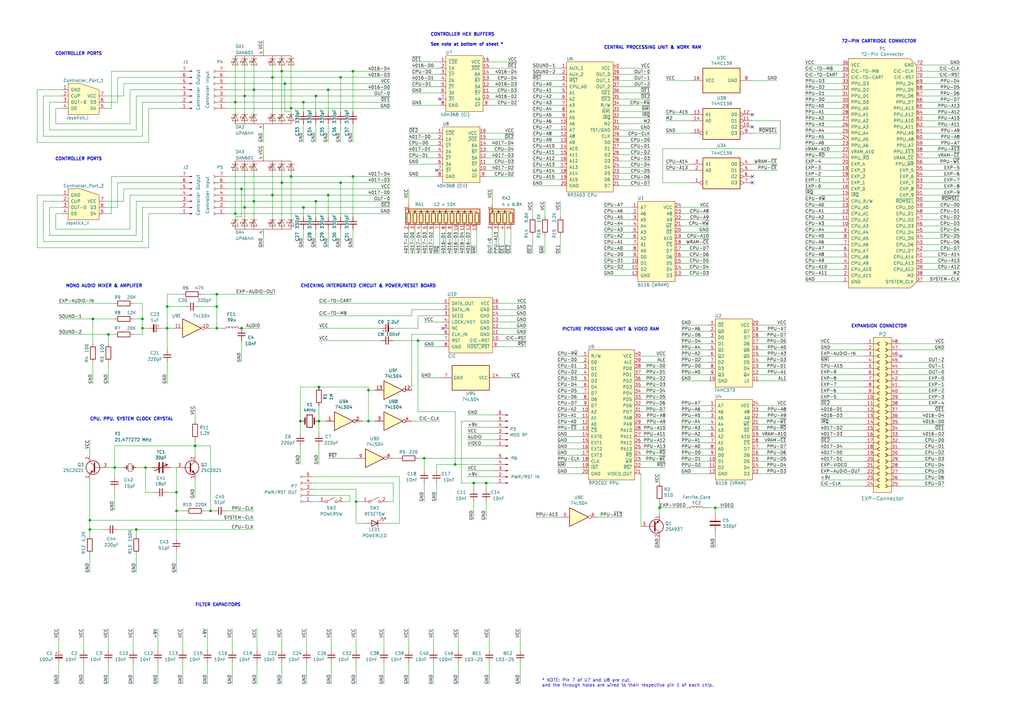
<source format=kicad_sch>
(kicad_sch (version 20250114) (generator "eeschema") (generator_version "9.0")
  (paper "A3")
  (title_block (title "NES-CPU-01 and NES-CPU-02") (rev "01") (company "Nintendo Co., LTD") (comment 1 "Reverse Engineered by Redherring32") (comment 2 "NES Motherboard"))
  (lib_symbols
    (symbol "74xx:74LS04"
      (property "Reference" "U" (at 0 1.27 0))
      (property "Value" "74LS04" (at 0 -1.27 0))
      (symbol "74LS04_1_0"
        (pin input line (at -7.62 0 0) (length 3.81) (name "~") (number "1"))
        (pin output inverted (at 7.62 0 180) (length 3.81) (name "~") (number "2"))
      )
      (symbol "74LS04_2_0"
        (pin input line (at -7.62 0 0) (length 3.81) (name "~") (number "3"))
        (pin output inverted (at 7.62 0 180) (length 3.81) (name "~") (number "4"))
      )
      (symbol "74LS04_3_0"
        (pin input line (at -7.62 0 0) (length 3.81) (name "~") (number "5"))
        (pin output inverted (at 7.62 0 180) (length 3.81) (name "~") (number "6"))
      )
      (symbol "74LS04_4_0"
        (pin input line (at -7.62 0 0) (length 3.81) (name "~") (number "9"))
        (pin output inverted (at 7.62 0 180) (length 3.81) (name "~") (number "8"))
      )
      (symbol "74LS04_5_0"
        (pin input line (at -7.62 0 0) (length 3.81) (name "~") (number "11"))
        (pin output inverted (at 7.62 0 180) (length 3.81) (name "~") (number "10"))
      )
      (symbol "74LS04_6_0"
        (pin input line (at -7.62 0 0) (length 3.81) (name "~") (number "13"))
        (pin output inverted (at 7.62 0 180) (length 3.81) (name "~") (number "12"))
      )
      (symbol "74LS04_7_0"
        (pin power_in line (at 0 12.7 270) (length 5.08) (name "VCC") (number "14"))
        (pin power_in line (at 0 -12.7 90) (length 5.08) (name "GND") (number "7"))
      )
    )
    (symbol "74xx:74LS139" (pin_names (offset 1.016))
      (property "Reference" "U" (at -7.62 8.89 0))
      (property "Value" "74LS139" (at -7.62 -8.89 0))
      (symbol "74LS139_1_0"
        (pin input line (at -12.7 2.54 0) (length 5.08) (name "A1") (number "3"))
        (pin input line (at -12.7 0 0) (length 5.08) (name "A0") (number "2"))
        (pin input inverted (at -12.7 -5.08 0) (length 5.08) (name "E") (number "1"))
        (pin output inverted (at 12.7 2.54 180) (length 5.08) (name "O0") (number "4"))
        (pin output inverted (at 12.7 0 180) (length 5.08) (name "O1") (number "5"))
        (pin output inverted (at 12.7 -2.54 180) (length 5.08) (name "O2") (number "6"))
        (pin output inverted (at 12.7 -5.08 180) (length 5.08) (name "O3") (number "7"))
      )
      (symbol "74LS139_2_0"
        (pin input line (at -12.7 2.54 0) (length 5.08) (name "A1") (number "13"))
        (pin input line (at -12.7 0 0) (length 5.08) (name "A0") (number "14"))
        (pin input inverted (at -12.7 -5.08 0) (length 5.08) (name "E") (number "15"))
        (pin output inverted (at 12.7 2.54 180) (length 5.08) (name "O0") (number "12"))
        (pin output inverted (at 12.7 0 180) (length 5.08) (name "O1") (number "11"))
        (pin output inverted (at 12.7 -2.54 180) (length 5.08) (name "O2") (number "10"))
        (pin output inverted (at 12.7 -5.08 180) (length 5.08) (name "O3") (number "9"))
      )
      (symbol "74LS139_3_0"
        (pin power_in line (at 0 12.7 270) (length 5.08) (name "VCC") (number "16"))
        (pin power_in line (at 0 -12.7 90) (length 5.08) (name "GND") (number "8"))
      )
    )
    (symbol "Connector:Conn_01x05_Pin" (pin_names (offset 1.016) (hide yes))
      (property "Reference" "J" (at 0 7.62 0))
      (property "Value" "Conn_01x05_Pin" (at 0 -7.62 0))
      (symbol "Conn_01x05_Pin_1_1"
        (pin passive line (at 5.08 5.08 180) (length 3.81) (name "Pin_1") (number "1"))
        (pin passive line (at 5.08 2.54 180) (length 3.81) (name "Pin_2") (number "2"))
        (pin passive line (at 5.08 0 180) (length 3.81) (name "Pin_3") (number "3"))
        (pin passive line (at 5.08 -2.54 180) (length 3.81) (name "Pin_4") (number "4"))
        (pin passive line (at 5.08 -5.08 180) (length 3.81) (name "Pin_5") (number "5"))
      )
    )
    (symbol "Connector:Conn_01x05_Socket" (pin_names (offset 1.016) (hide yes))
      (property "Reference" "J" (at 0 7.62 0))
      (property "Value" "Conn_01x05_Socket" (at 0 -7.62 0))
      (symbol "Conn_01x05_Socket_1_1"
        (pin passive line (at -5.08 5.08 0) (length 3.81) (name "Pin_1") (number "1"))
        (pin passive line (at -5.08 2.54 0) (length 3.81) (name "Pin_2") (number "2"))
        (pin passive line (at -5.08 0 0) (length 3.81) (name "Pin_3") (number "3"))
        (pin passive line (at -5.08 -2.54 0) (length 3.81) (name "Pin_4") (number "4"))
        (pin passive line (at -5.08 -5.08 0) (length 3.81) (name "Pin_5") (number "5"))
      )
    )
    (symbol "Connector:Conn_01x06_Pin" (pin_names (offset 1.016) (hide yes))
      (property "Reference" "J" (at 0 7.62 0))
      (property "Value" "Conn_01x06_Pin" (at 0 -10.16 0))
      (symbol "Conn_01x06_Pin_1_1"
        (pin passive line (at 5.08 5.08 180) (length 3.81) (name "Pin_1") (number "1"))
        (pin passive line (at 5.08 2.54 180) (length 3.81) (name "Pin_2") (number "2"))
        (pin passive line (at 5.08 0 180) (length 3.81) (name "Pin_3") (number "3"))
        (pin passive line (at 5.08 -2.54 180) (length 3.81) (name "Pin_4") (number "4"))
        (pin passive line (at 5.08 -5.08 180) (length 3.81) (name "Pin_5") (number "5"))
        (pin passive line (at 5.08 -7.62 180) (length 3.81) (name "Pin_6") (number "6"))
      )
    )
    (symbol "Connector:Conn_01x07_Pin" (pin_names (offset 1.016) (hide yes))
      (property "Reference" "J" (at 0 10.16 0))
      (property "Value" "Conn_01x07_Pin" (at 0 -10.16 0))
      (symbol "Conn_01x07_Pin_1_1"
        (pin passive line (at 5.08 7.62 180) (length 3.81) (name "Pin_1") (number "1"))
        (pin passive line (at 5.08 5.08 180) (length 3.81) (name "Pin_2") (number "2"))
        (pin passive line (at 5.08 2.54 180) (length 3.81) (name "Pin_3") (number "3"))
        (pin passive line (at 5.08 0 180) (length 3.81) (name "Pin_4") (number "4"))
        (pin passive line (at 5.08 -2.54 180) (length 3.81) (name "Pin_5") (number "5"))
        (pin passive line (at 5.08 -5.08 180) (length 3.81) (name "Pin_6") (number "6"))
        (pin passive line (at 5.08 -7.62 180) (length 3.81) (name "Pin_7") (number "7"))
      )
    )
    (symbol "Connector:Conn_01x07_Socket" (pin_names (offset 1.016) (hide yes))
      (property "Reference" "J" (at 0 10.16 0))
      (property "Value" "Conn_01x07_Socket" (at 0 -10.16 0))
      (symbol "Conn_01x07_Socket_1_1"
        (pin passive line (at -5.08 7.62 0) (length 3.81) (name "Pin_1") (number "1"))
        (pin passive line (at -5.08 5.08 0) (length 3.81) (name "Pin_2") (number "2"))
        (pin passive line (at -5.08 2.54 0) (length 3.81) (name "Pin_3") (number "3"))
        (pin passive line (at -5.08 0 0) (length 3.81) (name "Pin_4") (number "4"))
        (pin passive line (at -5.08 -2.54 0) (length 3.81) (name "Pin_5") (number "5"))
        (pin passive line (at -5.08 -5.08 0) (length 3.81) (name "Pin_6") (number "6"))
        (pin passive line (at -5.08 -7.62 0) (length 3.81) (name "Pin_7") (number "7"))
      )
    )
    (symbol "Device:C" (pin_numbers (hide yes)) (pin_names (offset 0.254))
      (property "Reference" "C" (at 0.635 2.54 0))
      (property "Value" "C" (at 0.635 -2.54 0))
      (symbol "C_1_1"
        (pin passive line (at 0 3.81 270) (length 2.794) (name "~") (number "1"))
        (pin passive line (at 0 -3.81 90) (length 2.794) (name "~") (number "2"))
      )
    )
    (symbol "Device:C_Polarized_Small" (pin_numbers (hide yes)) (pin_names (offset 0.254) (hide yes))
      (property "Reference" "C" (at 0.254 1.778 0))
      (property "Value" "C_Polarized_Small" (at 0.254 -2.032 0))
      (symbol "C_Polarized_Small_1_1"
        (pin passive line (at 0 2.54 270) (length 1.8542) (name "~") (number "1"))
        (pin passive line (at 0 -2.54 90) (length 1.8542) (name "~") (number "2"))
      )
    )
    (symbol "Device:C_Small" (pin_numbers (hide yes)) (pin_names (offset 0.254) (hide yes))
      (property "Reference" "C" (at 0.254 1.778 0))
      (property "Value" "C_Small" (at 0.254 -2.032 0))
      (symbol "C_Small_1_1"
        (pin passive line (at 0 2.54 270) (length 2.032) (name "~") (number "1"))
        (pin passive line (at 0 -2.54 90) (length 2.032) (name "~") (number "2"))
      )
    )
    (symbol "Device:C_Variable" (pin_numbers (hide yes)) (pin_names (offset 0.254) (hide yes))
      (property "Reference" "C" (at 0.635 -1.905 0))
      (property "Value" "C_Variable" (at 0.635 -3.81 0))
      (symbol "C_Variable_1_1"
        (pin passive line (at 0 3.81 270) (length 3.048) (name "~") (number "1"))
        (pin passive line (at 0 -3.81 90) (length 3.048) (name "~") (number "2"))
      )
    )
    (symbol "Device:Crystal" (pin_numbers (hide yes)) (pin_names (offset 1.016) (hide yes))
      (property "Reference" "Y" (at 0 3.81 0))
      (property "Value" "Crystal" (at 0 -3.81 0))
      (symbol "Crystal_1_1"
        (pin passive line (at -3.81 0 0) (length 1.27) (name "1") (number "1"))
        (pin passive line (at 3.81 0 180) (length 1.27) (name "2") (number "2"))
      )
    )
    (symbol "Device:Crystal_Small" (pin_numbers (hide yes)) (pin_names (offset 1.016) (hide yes))
      (property "Reference" "Y" (at 0 2.54 0))
      (property "Value" "Crystal_Small" (at 0 -2.54 0))
      (symbol "Crystal_Small_1_1"
        (pin passive line (at -2.54 0 0) (length 1.27) (name "1") (number "1"))
        (pin passive line (at 2.54 0 180) (length 1.27) (name "2") (number "2"))
      )
    )
    (symbol "Device:LED" (pin_numbers (hide yes)) (pin_names (offset 1.016) (hide yes))
      (property "Reference" "D" (at 0 2.54 0))
      (property "Value" "LED" (at 0 -2.54 0))
      (symbol "LED_1_1"
        (pin passive line (at -3.81 0 0) (length 2.54) (name "K") (number "1"))
        (pin passive line (at 3.81 0 180) (length 2.54) (name "A") (number "2"))
      )
    )
    (symbol "Device:R" (pin_numbers (hide yes)) (pin_names (offset 0))
      (property "Reference" "R" (at 2.032 0 90))
      (property "Value" "R" (at 0 0 90))
      (symbol "R_1_1"
        (pin passive line (at 0 3.81 270) (length 1.27) (name "~") (number "1"))
        (pin passive line (at 0 -3.81 90) (length 1.27) (name "~") (number "2"))
      )
    )
    (symbol "Device:R_Network04" (pin_names (offset 0) (hide yes))
      (property "Reference" "RN" (at -7.62 0 90))
      (property "Value" "R_Network04" (at 5.08 0 90))
      (symbol "R_Network04_1_1"
        (pin passive line (at -5.08 5.08 270) (length 2.54) (name "common") (number "1"))
        (pin passive line (at -5.08 -5.08 90) (length 1.27) (name "R1") (number "2"))
        (pin passive line (at -2.54 -5.08 90) (length 1.27) (name "R2") (number "3"))
        (pin passive line (at 0 -5.08 90) (length 1.27) (name "R3") (number "4"))
        (pin passive line (at 2.54 -5.08 90) (length 1.27) (name "R4") (number "5"))
      )
    )
    (symbol "Device:R_Network12" (pin_names (offset 0) (hide yes))
      (property "Reference" "RN" (at -17.78 0 90))
      (property "Value" "R_Network12" (at 15.24 0 90))
      (symbol "R_Network12_1_1"
        (pin passive line (at -15.24 5.08 270) (length 2.54) (name "common") (number "1"))
        (pin passive line (at -15.24 -5.08 90) (length 1.27) (name "R1") (number "2"))
        (pin passive line (at -12.7 -5.08 90) (length 1.27) (name "R2") (number "3"))
        (pin passive line (at -10.16 -5.08 90) (length 1.27) (name "R3") (number "4"))
        (pin passive line (at -7.62 -5.08 90) (length 1.27) (name "R4") (number "5"))
        (pin passive line (at -5.08 -5.08 90) (length 1.27) (name "R5") (number "6"))
        (pin passive line (at -2.54 -5.08 90) (length 1.27) (name "R6") (number "7"))
        (pin passive line (at 0 -5.08 90) (length 1.27) (name "R7") (number "8"))
        (pin passive line (at 2.54 -5.08 90) (length 1.27) (name "R8") (number "9"))
        (pin passive line (at 5.08 -5.08 90) (length 1.27) (name "R9") (number "10"))
        (pin passive line (at 7.62 -5.08 90) (length 1.27) (name "R10") (number "11"))
        (pin passive line (at 10.16 -5.08 90) (length 1.27) (name "R11") (number "12"))
        (pin passive line (at 12.7 -5.08 90) (length 1.27) (name "R12") (number "13"))
      )
    )
    (symbol "Ferrite_Core_1" (pin_names (offset 1.016))
      (property "Reference" "FC" (at 0 0 0))
      (property "Value" "Ferrite_Core" (at 0 0 0))
      (symbol "Ferrite_Core_1_1_1"
        (pin input line (at -8.89 -5.08 0) (length 0) (name "~") (number "~"))
        (pin output line (at -1.27 -5.08 0) (length 0) (name "~") (number "~"))
      )
    )
    (symbol "Ferrite_Core_2" (pin_names (offset 1.016))
      (property "Reference" "FC" (at 0 0 0))
      (property "Value" "Ferrite_Core" (at 0 0 0))
      (symbol "Ferrite_Core_2_1_1"
        (pin input line (at -8.89 -5.08 0) (length 0) (name "~") (number "~"))
        (pin output line (at -1.27 -5.08 0) (length 0) (name "~") (number "~"))
      )
    )
    (symbol "Motherboard:10NES_CIC" (pin_names (offset 1.016))
      (property "Reference" "U" (at -7.62 13.97 0))
      (property "Value" "10NES_CIC" (at 3.81 -11.43 0))
      (symbol "10NES_CIC_1_1"
        (pin output line (at -11.43 10.16 0) (length 2.54) (name "DATA_OUT") (number "1"))
        (pin input line (at -11.43 7.62 0) (length 2.54) (name "DATA_IN") (number "2"))
        (pin input line (at -11.43 5.08 0) (length 2.54) (name "SEED") (number "3"))
        (pin input line (at -11.43 2.54 0) (length 2.54) (name "LOCK/KEY") (number "4"))
        (pin passive line (at -11.43 0 0) (length 2.54) (name "NC") (number "5"))
        (pin input line (at -11.43 -2.54 0) (length 2.54) (name "CLK_IN") (number "6"))
        (pin input line (at -11.43 -5.08 0) (length 2.54) (name "RST") (number "7"))
        (pin passive line (at -11.43 -7.62 0) (length 2.54) (name "GND") (number "8"))
        (pin passive line (at 11.43 10.16 180) (length 2.54) (name "VCC") (number "16"))
        (pin passive line (at 11.43 7.62 180) (length 2.54) (name "GND") (number "15"))
        (pin passive line (at 11.43 5.08 180) (length 2.54) (name "GND") (number "14"))
        (pin passive line (at 11.43 2.54 180) (length 2.54) (name "GND") (number "13"))
        (pin passive line (at 11.43 0 180) (length 2.54) (name "GND") (number "12"))
        (pin passive line (at 11.43 -2.54 180) (length 2.54) (name "GND") (number "11"))
        (pin output line (at 11.43 -5.08 180) (length 2.54) (name "CIC-RST") (number "10"))
        (pin output line (at 11.43 -7.62 180) (length 2.54) (name "~{HOST_RST}") (number "9"))
      )
    )
    (symbol "Motherboard:2KB_SRAM" (pin_names (offset 1.016))
      (property "Reference" "U" (at -6.35 17.78 0))
      (property "Value" "2KB_SRAM" (at 2.54 -17.78 0))
      (symbol "2KB_SRAM_1_1"
        (pin passive line (at -10.16 13.97 0) (length 2.54) (name "A7") (number "1"))
        (pin passive line (at -10.16 11.43 0) (length 2.54) (name "A6~{}") (number "2"))
        (pin passive line (at -10.16 8.89 0) (length 2.54) (name "A5~{}") (number "3"))
        (pin passive line (at -10.16 6.35 0) (length 2.54) (name "A4~{}") (number "4"))
        (pin passive line (at -10.16 3.81 0) (length 2.54) (name "A3~{}") (number "5"))
        (pin passive line (at -10.16 1.27 0) (length 2.54) (name "A2") (number "6"))
        (pin passive line (at -10.16 -1.27 0) (length 2.54) (name "A1") (number "7"))
        (pin passive line (at -10.16 -3.81 0) (length 2.54) (name "A0") (number "8"))
        (pin passive line (at -10.16 -6.35 0) (length 2.54) (name "D0") (number "9"))
        (pin passive line (at -10.16 -8.89 0) (length 2.54) (name "D1") (number "10"))
        (pin passive line (at -10.16 -11.43 0) (length 2.54) (name "D2") (number "11"))
        (pin passive line (at -10.16 -13.97 0) (length 2.54) (name "GND~{}") (number "12"))
        (pin passive line (at 10.16 13.97 180) (length 2.54) (name "VCC") (number "24"))
        (pin passive line (at 10.16 11.43 180) (length 2.54) (name "A8") (number "23"))
        (pin passive line (at 10.16 8.89 180) (length 2.54) (name "A9") (number "22"))
        (pin passive line (at 10.16 6.35 180) (length 2.54) (name "~{WE}") (number "21"))
        (pin passive line (at 10.16 3.81 180) (length 2.54) (name "~{OE}") (number "20"))
        (pin passive line (at 10.16 1.27 180) (length 2.54) (name "A10") (number "19"))
        (pin passive line (at 10.16 -1.27 180) (length 2.54) (name "~{CS}") (number "18"))
        (pin passive line (at 10.16 -3.81 180) (length 2.54) (name "D7") (number "17"))
        (pin passive line (at 10.16 -6.35 180) (length 2.54) (name "D6") (number "16"))
        (pin passive line (at 10.16 -8.89 180) (length 2.54) (name "D5") (number "15"))
        (pin passive line (at 10.16 -11.43 180) (length 2.54) (name "D4") (number "14"))
        (pin passive line (at 10.16 -13.97 180) (length 2.54) (name "D3") (number "13"))
      )
    )
    (symbol "Motherboard:72-Pin_Connector" (pin_names (offset 1.016))
      (property "Reference" "J" (at -12.7 49.53 0))
      (property "Value" "72-Pin_Connector" (at 5.08 -46.99 0))
      (symbol "72-Pin_Connector_1_1"
        (pin passive line (at -16.51 45.72 0) (length 2.54) (name "VCC") (number "36"))
        (pin output line (at -16.51 43.18 0) (length 2.54) (name "CIC-TO-MB") (number "35"))
        (pin input line (at -16.51 40.64 0) (length 2.54) (name "CIC-TO-CART") (number "34"))
        (pin bidirectional line (at -16.51 38.1 0) (length 2.54) (name "PPU_D3") (number "33"))
        (pin bidirectional line (at -16.51 35.56 0) (length 2.54) (name "PPU_D2") (number "32"))
        (pin bidirectional line (at -16.51 33.02 0) (length 2.54) (name "PPU_D1") (number "31"))
        (pin bidirectional line (at -16.51 30.48 0) (length 2.54) (name "PPU_D0") (number "30"))
        (pin input line (at -16.51 27.94 0) (length 2.54) (name "PPU_A0") (number "29"))
        (pin input line (at -16.51 25.4 0) (length 2.54) (name "PPU_A1") (number "28"))
        (pin input line (at -16.51 22.86 0) (length 2.54) (name "PPU_A2") (number "27"))
        (pin input line (at -16.51 20.32 0) (length 2.54) (name "PPU_A3") (number "26"))
        (pin input line (at -16.51 17.78 0) (length 2.54) (name "PPU_A4") (number "25"))
        (pin input line (at -16.51 15.24 0) (length 2.54) (name "PPU_A5") (number "24"))
        (pin input line (at -16.51 12.7 0) (length 2.54) (name "PPU_A6") (number "23"))
        (pin output line (at -16.51 10.16 0) (length 2.54) (name "VRAM_A10") (number "22"))
        (pin input line (at -16.51 7.62 0) (length 2.54) (name "PPU_~{RD}") (number "21"))
        (pin passive line (at -16.51 5.08 0) (length 2.54) (name "EXP_4") (number "20"))
        (pin passive line (at -16.51 2.54 0) (length 2.54) (name "EXP_3") (number "19"))
        (pin passive line (at -16.51 0 0) (length 2.54) (name "EXP_2") (number "18"))
        (pin passive line (at -16.51 -2.54 0) (length 2.54) (name "EXP_1") (number "17"))
        (pin passive line (at -16.51 -5.08 0) (length 2.54) (name "EXP_0") (number "16"))
        (pin output line (at -16.51 -7.62 0) (length 2.54) (name "~{IRQ}") (number "15"))
        (pin input line (at -16.51 -10.16 0) (length 2.54) (name "CPU_R/W") (number "14"))
        (pin input line (at -16.51 -12.7 0) (length 2.54) (name "CPU_A0") (number "13"))
        (pin input line (at -16.51 -15.24 0) (length 2.54) (name "CPU_A1") (number "12"))
        (pin input line (at -16.51 -17.78 0) (length 2.54) (name "CPU_A2") (number "11"))
        (pin input line (at -16.51 -20.32 0) (length 2.54) (name "CPU_A3") (number "10"))
        (pin input line (at -16.51 -22.86 0) (length 2.54) (name "CPU_A4") (number "9"))
        (pin input line (at -16.51 -25.4 0) (length 2.54) (name "CPU_A5") (number "8"))
        (pin input line (at -16.51 -27.94 0) (length 2.54) (name "CPU_A6") (number "7"))
        (pin input line (at -16.51 -30.48 0) (length 2.54) (name "CPU_A7") (number "6"))
        (pin input line (at -16.51 -33.02 0) (length 2.54) (name "CPU_A8") (number "5"))
        (pin input line (at -16.51 -35.56 0) (length 2.54) (name "CPU_A9") (number "4"))
        (pin input line (at -16.51 -38.1 0) (length 2.54) (name "CPU_A10") (number "3"))
        (pin input line (at -16.51 -40.64 0) (length 2.54) (name "CPU_A11") (number "2"))
        (pin passive line (at -16.51 -43.18 0) (length 2.54) (name "GND") (number "1"))
        (pin passive line (at 16.51 45.72 180) (length 2.54) (name "GND") (number "72"))
        (pin input line (at 16.51 43.18 180) (length 2.54) (name "CIC-CLK") (number "71"))
        (pin input line (at 16.51 40.64 180) (length 2.54) (name "CIC-RST") (number "70"))
        (pin bidirectional line (at 16.51 38.1 180) (length 2.54) (name "PPU_D4") (number "69"))
        (pin bidirectional line (at 16.51 35.56 180) (length 2.54) (name "PPU_D5") (number "68"))
        (pin bidirectional line (at 16.51 33.02 180) (length 2.54) (name "PPU_D6") (number "67"))
        (pin bidirectional line (at 16.51 30.48 180) (length 2.54) (name "PPU_D7") (number "66"))
        (pin input line (at 16.51 27.94 180) (length 2.54) (name "PPU_A13") (number "65"))
        (pin input line (at 16.51 25.4 180) (length 2.54) (name "PPU_A12") (number "64"))
        (pin input line (at 16.51 22.86 180) (length 2.54) (name "PPU_A10") (number "63"))
        (pin input line (at 16.51 20.32 180) (length 2.54) (name "PPU_A11") (number "62"))
        (pin input line (at 16.51 17.78 180) (length 2.54) (name "PPU_A9") (number "61"))
        (pin input line (at 16.51 15.24 180) (length 2.54) (name "PPU_A8") (number "60"))
        (pin input line (at 16.51 12.7 180) (length 2.54) (name "PPU_A7") (number "59"))
        (pin input line (at 16.51 10.16 180) (length 2.54) (name "PPU_~{A13}") (number "58"))
        (pin output line (at 16.51 7.62 180) (length 2.54) (name "VRAM_~{CE}") (number "57"))
        (pin input line (at 16.51 5.08 180) (length 2.54) (name "PPU_~{WR}") (number "56"))
        (pin passive line (at 16.51 2.54 180) (length 2.54) (name "EXP_5") (number "55"))
        (pin passive line (at 16.51 0 180) (length 2.54) (name "EXP_6") (number "54"))
        (pin passive line (at 16.51 -2.54 180) (length 2.54) (name "EXP_7") (number "53"))
        (pin passive line (at 16.51 -5.08 180) (length 2.54) (name "EXP_8") (number "52"))
        (pin passive line (at 16.51 -7.62 180) (length 2.54) (name "EXP_9") (number "51"))
        (pin input line (at 16.51 -10.16 180) (length 2.54) (name "~{ROMSEL}") (number "50"))
        (pin bidirectional line (at 16.51 -12.7 180) (length 2.54) (name "CPU_D0") (number "49"))
        (pin bidirectional line (at 16.51 -15.24 180) (length 2.54) (name "CPU_D1") (number "48"))
        (pin bidirectional line (at 16.51 -17.78 180) (length 2.54) (name "CPU_D2") (number "47"))
        (pin bidirectional line (at 16.51 -20.32 180) (length 2.54) (name "CPU_D3") (number "46"))
        (pin bidirectional line (at 16.51 -22.86 180) (length 2.54) (name "CPU_D4") (number "45"))
        (pin bidirectional line (at 16.51 -25.4 180) (length 2.54) (name "CPU_D5") (number "44"))
        (pin bidirectional line (at 16.51 -27.94 180) (length 2.54) (name "CPU_D6") (number "43"))
        (pin bidirectional line (at 16.51 -30.48 180) (length 2.54) (name "CPU_D7") (number "42"))
        (pin input line (at 16.51 -33.02 180) (length 2.54) (name "CPU_A14") (number "41"))
        (pin input line (at 16.51 -35.56 180) (length 2.54) (name "CPU_A13") (number "40"))
        (pin input line (at 16.51 -38.1 180) (length 2.54) (name "CPU_A12") (number "39"))
        (pin input line (at 16.51 -40.64 180) (length 2.54) (name "M2") (number "38"))
        (pin input line (at 16.51 -43.18 180) (length 2.54) (name "SYSTEM_CLK") (number "37"))
      )
    )
    (symbol "Motherboard:74HC368" (pin_names (offset 1.016))
      (property "Reference" "U" (at -6.35 12.7 0))
      (property "Value" "74HC368" (at 2.54 -12.7 0))
      (symbol "74HC368_1_1"
        (pin input line (at -10.16 8.89 0) (length 2.54) (name "~{1OE}") (number "1"))
        (pin input line (at -10.16 6.35 0) (length 2.54) (name "1A") (number "2"))
        (pin output line (at -10.16 3.81 0) (length 2.54) (name "~{1Y}") (number "3"))
        (pin input line (at -10.16 1.27 0) (length 2.54) (name "2A") (number "4"))
        (pin output line (at -10.16 -1.27 0) (length 2.54) (name "~{2Y}") (number "5"))
        (pin input line (at -10.16 -3.81 0) (length 2.54) (name "3A") (number "6"))
        (pin output line (at -10.16 -6.35 0) (length 2.54) (name "~{3Y}") (number "7"))
        (pin passive line (at -10.16 -8.89 0) (length 2.54) (name "GND") (number "8"))
        (pin passive line (at 10.16 8.89 180) (length 2.54) (name "VCC") (number "16"))
        (pin input line (at 10.16 6.35 180) (length 2.54) (name "~{2OE}") (number "15"))
        (pin input line (at 10.16 3.81 180) (length 2.54) (name "6A") (number "14"))
        (pin output line (at 10.16 1.27 180) (length 2.54) (name "~{6Y}") (number "13"))
        (pin input line (at 10.16 -1.27 180) (length 2.54) (name "5A") (number "12"))
        (pin output line (at 10.16 -3.81 180) (length 2.54) (name "~{5Y}") (number "11"))
        (pin input line (at 10.16 -6.35 180) (length 2.54) (name "4A") (number "10"))
        (pin output line (at 10.16 -8.89 180) (length 2.54) (name "~{4Y}") (number "9"))
      )
    )
    (symbol "Motherboard:74HC373" (pin_names (offset 1.016))
      (property "Reference" "U" (at -6.35 15.24 0))
      (property "Value" "74HC373" (at 2.54 -15.24 0))
      (symbol "74HC373_1_1"
        (pin input line (at -10.16 11.43 0) (length 2.54) (name "~{OE}") (number "1"))
        (pin output line (at -10.16 8.89 0) (length 2.54) (name "Q0") (number "2"))
        (pin input line (at -10.16 6.35 0) (length 2.54) (name "D0") (number "3"))
        (pin input line (at -10.16 3.81 0) (length 2.54) (name "D1") (number "4"))
        (pin output line (at -10.16 1.27 0) (length 2.54) (name "Q1") (number "5"))
        (pin output line (at -10.16 -1.27 0) (length 2.54) (name "Q2") (number "6"))
        (pin input line (at -10.16 -3.81 0) (length 2.54) (name "D2") (number "7"))
        (pin input line (at -10.16 -6.35 0) (length 2.54) (name "D3") (number "8"))
        (pin output line (at -10.16 -8.89 0) (length 2.54) (name "Q3") (number "9"))
        (pin passive line (at -10.16 -11.43 0) (length 2.54) (name "GND") (number "10"))
        (pin passive line (at 10.16 11.43 180) (length 2.54) (name "VCC") (number "20"))
        (pin output line (at 10.16 8.89 180) (length 2.54) (name "Q7") (number "19"))
        (pin input line (at 10.16 6.35 180) (length 2.54) (name "D7") (number "18"))
        (pin input line (at 10.16 3.81 180) (length 2.54) (name "D6") (number "17"))
        (pin output line (at 10.16 1.27 180) (length 2.54) (name "Q6") (number "16"))
        (pin output line (at 10.16 -1.27 180) (length 2.54) (name "Q5") (number "15"))
        (pin input line (at 10.16 -3.81 180) (length 2.54) (name "D5") (number "14"))
        (pin input line (at 10.16 -6.35 180) (length 2.54) (name "D4") (number "13"))
        (pin output line (at 10.16 -8.89 180) (length 2.54) (name "Q4") (number "12"))
        (pin input line (at 10.16 -11.43 180) (length 2.54) (name "LE") (number "11"))
      )
    )
    (symbol "Motherboard:Controller_Port" (pin_names (offset 1.016))
      (property "Reference" "J" (at -5.08 8.89 0))
      (property "Value" "Controller_Port" (at 0 -6.35 0))
      (symbol "Controller_Port_1_1"
        (pin passive line (at -8.89 5.08 0) (length 2.54) (name "GND") (number "1"))
        (pin output line (at -8.89 2.54 0) (length 2.54) (name "CUP") (number "2"))
        (pin output line (at -8.89 0 0) (length 2.54) (name "OUT-0") (number "3"))
        (pin input line (at -8.89 -2.54 0) (length 2.54) (name "D0") (number "4"))
        (pin passive line (at 8.89 2.54 180) (length 2.54) (name "VCC") (number "7"))
        (pin input line (at 8.89 0 180) (length 2.54) (name "D3") (number "6"))
        (pin input line (at 8.89 -2.54 180) (length 2.54) (name "D4") (number "5"))
      )
    )
    (symbol "Motherboard:Diode_Array_7pin_(Anode-Common)" (pin_names (offset 1.016))
      (property "Reference" "U" (at 0 0 0))
      (property "Value" "Diode_Array_7pin_(Anode-Common)" (at 0 0 0))
      (symbol "Diode_Array_7pin_(Anode-Common)_1_1"
        (pin output line (at -8.89 -5.08 270) (length 2.54) (name "~") (number "1"))
        (pin output line (at -5.08 -5.08 270) (length 2.54) (name "~") (number "2"))
        (pin output line (at -1.27 -5.08 270) (length 2.54) (name "~") (number "3"))
        (pin input line (at 2.54 -3.81 90) (length 2.54) (name "~") (number "4"))
        (pin output line (at 6.35 -5.08 270) (length 2.54) (name "~") (number "5"))
        (pin output line (at 10.16 -5.08 270) (length 2.54) (name "~") (number "6"))
        (pin output line (at 13.97 -5.08 270) (length 2.54) (name "~") (number "7"))
      )
    )
    (symbol "Motherboard:Diode_Array_7pin_(Cathode-Common)" (pin_names (offset 1.016))
      (property "Reference" "U" (at 0 0 0))
      (property "Value" "Diode_Array_7pin_(Cathode-Common)" (at 0 0 0))
      (symbol "Diode_Array_7pin_(Cathode-Common)_1_1"
        (pin output line (at -8.89 -5.08 270) (length 2.54) (name "~") (number "1"))
        (pin output line (at -5.08 -5.08 270) (length 2.54) (name "~") (number "2"))
        (pin output line (at -1.27 -5.08 270) (length 2.54) (name "~") (number "3"))
        (pin input line (at 2.54 -3.81 90) (length 2.54) (name "~") (number "4"))
        (pin output line (at 6.35 -5.08 270) (length 2.54) (name "~") (number "5"))
        (pin output line (at 10.16 -5.08 270) (length 2.54) (name "~") (number "6"))
        (pin output line (at 13.97 -5.08 270) (length 2.54) (name "~") (number "7"))
      )
    )
    (symbol "Motherboard:EXP-CON" (pin_names (offset 1.016))
      (property "Reference" "J" (at -3.81 33.782 0))
      (property "Value" "EXP-CON" (at -5.08 -35.56 0))
      (symbol "EXP-CON_1_0"
        (pin passive line (at -7.62 30.48 0) (length 5.08) (name "~") (number "1"))
        (pin passive line (at -7.62 27.94 0) (length 5.08) (name "~") (number "2"))
        (pin passive line (at -7.62 25.4 0) (length 5.08) (name "~") (number "3"))
        (pin passive line (at -7.62 22.86 0) (length 5.08) (name "~") (number "4"))
        (pin passive line (at -7.62 20.32 0) (length 5.08) (name "~") (number "5"))
        (pin passive line (at -7.62 17.78 0) (length 5.08) (name "~") (number "6"))
        (pin passive line (at -7.62 15.24 0) (length 5.08) (name "~") (number "7"))
        (pin passive line (at -7.62 12.7 0) (length 5.08) (name "~") (number "8"))
        (pin passive line (at -7.62 10.16 0) (length 5.08) (name "~") (number "9"))
        (pin passive line (at -7.62 7.62 0) (length 5.08) (name "~") (number "10"))
        (pin passive line (at -7.62 5.08 0) (length 5.08) (name "~") (number "11"))
        (pin passive line (at -7.62 2.54 0) (length 5.08) (name "~") (number "12"))
        (pin passive line (at -7.62 0 0) (length 5.08) (name "~") (number "13"))
        (pin passive line (at -7.62 -2.54 0) (length 5.08) (name "~") (number "14"))
        (pin passive line (at -7.62 -5.08 0) (length 5.08) (name "~") (number "15"))
        (pin passive line (at -7.62 -7.62 0) (length 5.08) (name "~") (number "16"))
        (pin passive line (at -7.62 -10.16 0) (length 5.08) (name "~") (number "17"))
        (pin passive line (at -7.62 -12.7 0) (length 5.08) (name "~") (number "18"))
        (pin passive line (at -7.62 -15.24 0) (length 5.08) (name "~") (number "19"))
        (pin passive line (at -7.62 -17.78 0) (length 5.08) (name "~") (number "20"))
        (pin passive line (at -7.62 -20.32 0) (length 5.08) (name "~") (number "21"))
        (pin passive line (at -7.62 -22.86 0) (length 5.08) (name "~") (number "22"))
        (pin passive line (at -7.62 -25.4 0) (length 5.08) (name "~") (number "23"))
        (pin passive line (at -7.62 -27.94 0) (length 5.08) (name "~") (number "24"))
        (pin passive line (at 7.62 30.48 180) (length 5.08) (name "~") (number "48"))
        (pin passive line (at 7.62 27.94 180) (length 5.08) (name "~") (number "47"))
        (pin passive line (at 7.62 25.4 180) (length 5.08) (name "~") (number "46"))
        (pin passive line (at 7.62 22.86 180) (length 5.08) (name "~") (number "45"))
        (pin passive line (at 7.62 20.32 180) (length 5.08) (name "~") (number "44"))
        (pin passive line (at 7.62 17.78 180) (length 5.08) (name "~") (number "43"))
        (pin passive line (at 7.62 15.24 180) (length 5.08) (name "~") (number "42"))
        (pin passive line (at 7.62 12.7 180) (length 5.08) (name "~") (number "41"))
        (pin passive line (at 7.62 10.16 180) (length 5.08) (name "~") (number "40"))
        (pin passive line (at 7.62 7.62 180) (length 5.08) (name "~") (number "39"))
        (pin passive line (at 7.62 5.08 180) (length 5.08) (name "~") (number "38"))
        (pin passive line (at 7.62 2.54 180) (length 5.08) (name "~") (number "37"))
        (pin passive line (at 7.62 0 180) (length 5.08) (name "~") (number "36"))
        (pin passive line (at 7.62 -2.54 180) (length 5.08) (name "~") (number "35"))
        (pin passive line (at 7.62 -5.08 180) (length 5.08) (name "~") (number "34"))
        (pin passive line (at 7.62 -7.62 180) (length 5.08) (name "~") (number "33"))
        (pin passive line (at 7.62 -10.16 180) (length 5.08) (name "~") (number "32"))
        (pin passive line (at 7.62 -12.7 180) (length 5.08) (name "~") (number "31"))
        (pin passive line (at 7.62 -15.24 180) (length 5.08) (name "~") (number "30"))
        (pin passive line (at 7.62 -17.78 180) (length 5.08) (name "~") (number "29"))
        (pin passive line (at 7.62 -20.32 180) (length 5.08) (name "~") (number "28"))
        (pin passive line (at 7.62 -22.86 180) (length 5.08) (name "~") (number "27"))
        (pin passive line (at 7.62 -25.4 180) (length 5.08) (name "~") (number "26"))
        (pin passive line (at 7.62 -27.94 180) (length 5.08) (name "~") (number "25"))
      )
    )
    (symbol "Motherboard:Ferrite_Core" (pin_names (offset 1.016))
      (property "Reference" "FC" (at 0 0 0))
      (property "Value" "Ferrite_Core" (at 0 0 0))
      (symbol "Ferrite_Core_1_1"
        (pin input line (at -8.89 -5.08 0) (length 0) (name "~") (number "~"))
        (pin output line (at -1.27 -5.08 0) (length 0) (name "~") (number "~"))
      )
    )
    (symbol "Motherboard:RP2A03_CPU" (pin_names (offset 1.016))
      (property "Reference" "U" (at -8.89 27.94 0))
      (property "Value" "RP2A03_CPU" (at 2.54 -27.94 0))
      (symbol "RP2A03_CPU_1_1"
        (pin output line (at -12.7 24.13 0) (length 2.54) (name "AUX_1") (number "1"))
        (pin output line (at -12.7 21.59 0) (length 2.54) (name "AUX_2") (number "2"))
        (pin input line (at -12.7 19.05 0) (length 2.54) (name "~{RST}") (number "3"))
        (pin output line (at -12.7 16.51 0) (length 2.54) (name "CPU_A0") (number "4"))
        (pin output line (at -12.7 13.97 0) (length 2.54) (name "A1") (number "5"))
        (pin output line (at -12.7 11.43 0) (length 2.54) (name "A2") (number "6"))
        (pin output line (at -12.7 8.89 0) (length 2.54) (name "A3") (number "7"))
        (pin output line (at -12.7 6.35 0) (length 2.54) (name "A4") (number "8"))
        (pin output line (at -12.7 3.81 0) (length 2.54) (name "A5") (number "9"))
        (pin output line (at -12.7 1.27 0) (length 2.54) (name "A6") (number "10"))
        (pin output line (at -12.7 -1.27 0) (length 2.54) (name "A7") (number "11"))
        (pin output line (at -12.7 -3.81 0) (length 2.54) (name "A8") (number "12"))
        (pin output line (at -12.7 -6.35 0) (length 2.54) (name "A9") (number "13"))
        (pin output line (at -12.7 -8.89 0) (length 2.54) (name "A10") (number "14"))
        (pin output line (at -12.7 -11.43 0) (length 2.54) (name "A11") (number "15"))
        (pin output line (at -12.7 -13.97 0) (length 2.54) (name "A12") (number "16"))
        (pin output line (at -12.7 -16.51 0) (length 2.54) (name "A13") (number "17"))
        (pin output line (at -12.7 -19.05 0) (length 2.54) (name "A14") (number "18"))
        (pin output line (at -12.7 -21.59 0) (length 2.54) (name "A15") (number "19"))
        (pin passive line (at -12.7 -24.13 0) (length 2.54) (name "GND") (number "20"))
        (pin passive line (at 11.43 24.13 180) (length 2.54) (name "VCC") (number "40"))
        (pin output line (at 11.43 21.59 180) (length 2.54) (name "OUT_0") (number "39"))
        (pin output line (at 11.43 19.05 180) (length 2.54) (name "OUT_1") (number "38"))
        (pin output line (at 11.43 16.51 180) (length 2.54) (name "OUT_2") (number "37"))
        (pin output line (at 11.43 13.97 180) (length 2.54) (name "~{OE1}") (number "36"))
        (pin output line (at 11.43 11.43 180) (length 2.54) (name "~{OE2}") (number "35"))
        (pin output line (at 11.43 8.89 180) (length 2.54) (name "R/W") (number "34"))
        (pin input line (at 11.43 6.35 180) (length 2.54) (name "~{NMI}") (number "33"))
        (pin input line (at 11.43 3.81 180) (length 2.54) (name "~{IRQ}") (number "32"))
        (pin output line (at 11.43 1.27 180) (length 2.54) (name "M2") (number "31"))
        (pin input line (at 11.43 -1.27 180) (length 2.54) (name "TST/GND") (number "30"))
        (pin input line (at 11.43 -3.81 180) (length 2.54) (name "CLK") (number "29"))
        (pin bidirectional line (at 11.43 -6.35 180) (length 2.54) (name "D0") (number "28"))
        (pin bidirectional line (at 11.43 -8.89 180) (length 2.54) (name "D1") (number "27"))
        (pin bidirectional line (at 11.43 -11.43 180) (length 2.54) (name "D2") (number "26"))
        (pin bidirectional line (at 11.43 -13.97 180) (length 2.54) (name "D3") (number "25"))
        (pin bidirectional line (at 11.43 -16.51 180) (length 2.54) (name "D4") (number "24"))
        (pin bidirectional line (at 11.43 -19.05 180) (length 2.54) (name "D5") (number "23"))
        (pin bidirectional line (at 11.43 -21.59 180) (length 2.54) (name "D6") (number "22"))
        (pin bidirectional line (at 11.43 -24.13 180) (length 2.54) (name "D7") (number "21"))
      )
    )
    (symbol "Motherboard:RP2C02_PPU" (pin_names (offset 1.016))
      (property "Reference" "U" (at -8.89 27.94 0))
      (property "Value" "RP2C02_PPU" (at 2.54 -27.94 0))
      (symbol "RP2C02_PPU_1_1"
        (pin input line (at -12.7 24.13 0) (length 2.54) (name "R/W") (number "1"))
        (pin bidirectional line (at -12.7 21.59 0) (length 2.54) (name "D0") (number "2"))
        (pin bidirectional line (at -12.7 19.05 0) (length 2.54) (name "D1") (number "3"))
        (pin bidirectional line (at -12.7 16.51 0) (length 2.54) (name "D2") (number "4"))
        (pin bidirectional line (at -12.7 13.97 0) (length 2.54) (name "D3") (number "5"))
        (pin bidirectional line (at -12.7 11.43 0) (length 2.54) (name "D4") (number "6"))
        (pin bidirectional line (at -12.7 8.89 0) (length 2.54) (name "D7") (number "7"))
        (pin bidirectional line (at -12.7 6.35 0) (length 2.54) (name "D6") (number "8"))
        (pin bidirectional line (at -12.7 3.81 0) (length 2.54) (name "D7") (number "9"))
        (pin input line (at -12.7 1.27 0) (length 2.54) (name "A2") (number "10"))
        (pin input line (at -12.7 -1.27 0) (length 2.54) (name "A1") (number "11"))
        (pin input line (at -12.7 -3.81 0) (length 2.54) (name "A0") (number "12"))
        (pin input line (at -12.7 -6.35 0) (length 2.54) (name "~{CS}") (number "13"))
        (pin bidirectional line (at -12.7 -8.89 0) (length 2.54) (name "EXT0") (number "14"))
        (pin bidirectional line (at -12.7 -11.43 0) (length 2.54) (name "EXT1") (number "15"))
        (pin bidirectional line (at -12.7 -13.97 0) (length 2.54) (name "EXT2") (number "16"))
        (pin bidirectional line (at -12.7 -16.51 0) (length 2.54) (name "EXT3") (number "17"))
        (pin input line (at -12.7 -19.05 0) (length 2.54) (name "CLK") (number "18"))
        (pin output line (at -12.7 -21.59 0) (length 2.54) (name "~{INT}") (number "19"))
        (pin passive line (at -12.7 -24.13 0) (length 2.54) (name "GND") (number "20"))
        (pin passive line (at 11.43 24.13 180) (length 2.54) (name "VCC") (number "40"))
        (pin output line (at 11.43 21.59 180) (length 2.54) (name "ALE") (number "39"))
        (pin bidirectional line (at 11.43 19.05 180) (length 2.54) (name "PD0") (number "38"))
        (pin bidirectional line (at 11.43 16.51 180) (length 2.54) (name "PD1") (number "37"))
        (pin bidirectional line (at 11.43 13.97 180) (length 2.54) (name "PD2") (number "36"))
        (pin bidirectional line (at 11.43 11.43 180) (length 2.54) (name "PD3") (number "35"))
        (pin bidirectional line (at 11.43 8.89 180) (length 2.54) (name "PD4") (number "34"))
        (pin bidirectional line (at 11.43 6.35 180) (length 2.54) (name "PD5") (number "33"))
        (pin bidirectional line (at 11.43 3.81 180) (length 2.54) (name "PD6") (number "32"))
        (pin bidirectional line (at 11.43 1.27 180) (length 2.54) (name "PD7") (number "31"))
        (pin output line (at 11.43 -1.27 180) (length 2.54) (name "PA8") (number "30"))
        (pin output line (at 11.43 -3.81 180) (length 2.54) (name "PA9") (number "29"))
        (pin output line (at 11.43 -6.35 180) (length 2.54) (name "PA10") (number "28"))
        (pin output line (at 11.43 -8.89 180) (length 2.54) (name "PA11") (number "27"))
        (pin output line (at 11.43 -11.43 180) (length 2.54) (name "PA12") (number "26"))
        (pin output line (at 11.43 -13.97 180) (length 2.54) (name "PA13") (number "25"))
        (pin input line (at 11.43 -16.51 180) (length 2.54) (name "~{RD}") (number "24"))
        (pin output line (at 11.43 -19.05 180) (length 2.54) (name "~{WR}") (number "23"))
        (pin input line (at 11.43 -21.59 180) (length 2.54) (name "~{RST}") (number "22"))
        (pin output line (at 11.43 -24.13 180) (length 2.54) (name "VIDEO_OUT") (number "21"))
      )
    )
    (symbol "Switch:SW_SPST" (pin_names (offset 0) (hide yes))
      (property "Reference" "SW" (at 0 3.175 0))
      (property "Value" "SW_SPST" (at 0 -2.54 0))
      (symbol "SW_SPST_1_1"
        (pin passive line (at -5.08 0 0) (length 2.54) (name "A") (number "1"))
        (pin passive line (at 5.08 0 180) (length 2.54) (name "B") (number "2"))
      )
    )
    (symbol "Transistor_BJT:Q_NPN_ECB" (pin_names (offset 0) (hide yes))
      (property "Reference" "Q" (at 5.08 1.27 0))
      (property "Value" "Q_NPN_ECB" (at 5.08 -1.27 0))
      (symbol "Q_NPN_ECB_1_1"
        (pin input line (at -5.08 0 0) (length 2.54) (name "B") (number "3"))
        (pin passive line (at 2.54 5.08 270) (length 2.54) (name "C") (number "2"))
        (pin passive line (at 2.54 -5.08 90) (length 2.54) (name "E") (number "1"))
      )
    )
    (symbol "Transistor_BJT:Q_PNP_ECB" (pin_names (offset 0) (hide yes))
      (property "Reference" "Q" (at 5.08 1.27 0))
      (property "Value" "Q_PNP_ECB" (at 5.08 -1.27 0))
      (symbol "Q_PNP_ECB_1_1"
        (pin input line (at -5.08 0 0) (length 2.54) (name "B") (number "3"))
        (pin passive line (at 2.54 5.08 270) (length 2.54) (name "C") (number "2"))
        (pin passive line (at 2.54 -5.08 90) (length 2.54) (name "E") (number "1"))
      )
    )
  )
  (text "* NOTE: Pin 7 of U7 and U8 are cut, \nand the through holes are wired to their respective pin 1 of each chip." (at 222.25 281.94 0) (effects (font (size 1.27 1.27)) (justify left bottom)))
  (text "CENTRAL PROCESSING UNIT & WORK RAM" (at 247.65 20.32 0) (effects (font (size 1.27 1.27) (thickness 0.254) (bold yes)) (justify left bottom)))
  (text "CHECKING INTERGRATED CIRCUIT & POWER/RESET BOARD" (at 123.19 118.11 0) (effects (font (size 1.27 1.27) (thickness 0.254) (bold yes)) (justify left bottom)))
  (text "FILTER CAPACITORS" (at 80.01 248.92 0) (effects (font (size 1.27 1.27) (thickness 0.254) (bold yes)) (justify left bottom)))
  (text "CONTROLLER HEX BUFFERS\n\nSee note at bottom of sheet *\n" (at 176.53 19.05 0) (effects (font (size 1.27 1.27) (thickness 0.254) (bold yes)) (justify left bottom)))
  (text "CPU, PPU, SYSTEM CLOCK CRYSTAL" (at 71.12 172.72 0) (effects (font (size 1.27 1.27) (thickness 0.254) (bold yes)) (justify right bottom)))
  (text "CONTROLLER PORTS" (at 41.91 22.86 0) (effects (font (size 1.27 1.27) (thickness 0.254) (bold yes)) (justify right bottom)))
  (text "EXPANSION CONNECTOR" (at 372.11 134.62 0) (effects (font (size 1.27 1.27) (thickness 0.254) (bold yes)) (justify right bottom)))
  (text "CONTROLLER PORTS" (at 41.91 66.04 0) (effects (font (size 1.27 1.27) (thickness 0.254) (bold yes)) (justify right bottom)))
  (text "MONO AUDIO MIXER & AMPLIFER" (at 58.42 118.11 0) (effects (font (size 1.27 1.27) (thickness 0.254) (bold yes)) (justify right bottom)))
  (text "72-PIN CARTRIDGE CONNECTOR" (at 375.92 17.78 0) (effects (font (size 1.27 1.27) (thickness 0.254) (bold yes)) (justify right bottom)))
  (text "PICTURE PROCESSING UNIT & VIDEO RAM" (at 270.51 135.89 0) (effects (font (size 1.27 1.27) (thickness 0.254) (bold yes)) (justify right bottom)))
  (junction (at 124.46 41.91))
  (junction (at 68.58 125.73))
  (junction (at 96.52 41.91))
  (junction (at 99.06 134.62))
  (junction (at 44.45 137.16))
  (junction (at 58.42 134.62))
  (junction (at 151.13 172.72))
  (junction (at 72.39 209.55))
  (junction (at 199.39 198.12))
  (junction (at 151.13 160.02))
  (junction (at 130.81 172.72))
  (junction (at 68.58 134.62))
  (junction (at 86.36 209.55))
  (junction (at 96.52 87.63))
  (junction (at 270.51 208.28))
  (junction (at 38.1 130.81))
  (junction (at 46.99 191.77))
  (junction (at 194.31 198.12))
  (junction (at 80.01 182.88))
  (junction (at 134.62 36.83))
  (junction (at 119.38 72.39))
  (junction (at 55.88 217.17))
  (junction (at 115.57 29.21))
  (junction (at 36.83 217.17))
  (junction (at 88.9 125.73))
  (junction (at 144.78 72.39))
  (junction (at 186.69 190.5))
  (junction (at 134.62 80.01))
  (junction (at 116.84 34.29))
  (junction (at 104.14 82.55))
  (junction (at 171.45 139.7))
  (junction (at 129.54 39.37))
  (junction (at 124.46 85.09))
  (junction (at 111.76 80.01))
  (junction (at 104.14 36.83))
  (junction (at 293.37 208.28))
  (junction (at 129.54 82.55))
  (junction (at 146.05 205.74))
  (junction (at 99.06 77.47))
  (junction (at 115.57 74.93))
  (junction (at 36.83 213.36))
  (junction (at 88.9 120.65))
  (junction (at 72.39 201.93))
  (junction (at 139.7 74.93))
  (junction (at 88.9 134.62))
  (junction (at 130.81 158.75))
  (junction (at 119.38 44.45))
  (junction (at 100.33 85.09))
  (junction (at 123.19 172.72))
  (junction (at 100.33 39.37))
  (junction (at 144.78 29.21))
  (junction (at 59.69 191.77))
  (junction (at 58.42 130.81))
  (junction (at 173.99 187.96))
  (junction (at 111.76 31.75))
  (junction (at 139.7 31.75))
  (no_connect (at 179.07 69.85))
  (no_connect (at 308.61 46.99))
  (no_connect (at 308.61 72.39))
  (no_connect (at 181.61 134.62))
  (no_connect (at 180.34 40.64))
  (no_connect (at 308.61 52.07))
  (no_connect (at 308.61 74.93))
  (no_connect (at 369.57 146.05))
  (wire (pts (xy 139.7 45.72) (xy 139.7 31.75)))
  (wire (pts (xy 146.05 271.78) (xy 146.05 280.67)))
  (wire (pts (xy 44.45 271.78) (xy 44.45 280.67)))
  (wire (pts (xy 330.2 100.33) (xy 345.44 100.33)))
  (wire (pts (xy 279.4 138.43) (xy 290.83 138.43)))
  (wire (pts (xy 38.1 130.81) (xy 46.99 130.81)))
  (wire (pts (xy 318.77 54.61) (xy 308.61 54.61)))
  (wire (pts (xy 393.7 67.31) (xy 378.46 67.31)))
  (wire (pts (xy 179.07 190.5) (xy 186.69 190.5)))
  (wire (pts (xy 378.46 49.53) (xy 393.7 49.53)))
  (wire (pts (xy 203.2 177.8) (xy 191.77 177.8)))
  (wire (pts (xy 48.26 217.17) (xy 55.88 217.17)))
  (wire (pts (xy 50.8 77.47) (xy 73.66 77.47)))
  (wire (pts (xy 186.69 190.5) (xy 203.2 190.5)))
  (wire (pts (xy 163.83 214.63) (xy 157.48 214.63)))
  (wire (pts (xy 80.01 180.34) (xy 80.01 182.88)))
  (wire (pts (xy 378.46 69.85) (xy 393.7 69.85)))
  (wire (pts (xy 279.4 173.99) (xy 290.83 173.99)))
  (wire (pts (xy 36.83 217.17) (xy 36.83 219.71)))
  (wire (pts (xy 354.33 191.77) (xy 336.55 191.77)))
  (wire (pts (xy 229.87 45.72) (xy 218.44 45.72)))
  (wire (pts (xy 171.45 168.91) (xy 186.69 168.91)))
  (wire (pts (xy 115.57 29.21) (xy 115.57 24.13)))
  (wire (pts (xy 330.2 36.83) (xy 345.44 36.83)))
  (wire (pts (xy 215.9 127) (xy 204.47 127)))
  (wire (pts (xy 171.45 187.96) (xy 173.99 187.96)))
  (wire (pts (xy 100.33 85.09) (xy 100.33 92.71)))
  (wire (pts (xy 387.35 189.23) (xy 369.57 189.23)))
  (wire (pts (xy 43.18 41.91) (xy 48.26 41.91)))
  (wire (pts (xy 172.72 93.98) (xy 172.72 104.14)))
  (wire (pts (xy 330.2 57.15) (xy 345.44 57.15)))
  (wire (pts (xy 228.6 166.37) (xy 238.76 166.37)))
  (wire (pts (xy 17.78 55.88) (xy 58.42 55.88)))
  (wire (pts (xy 195.58 93.98) (xy 195.58 104.14)))
  (wire (pts (xy 270.51 194.31) (xy 270.51 198.12)))
  (wire (pts (xy 85.09 257.81) (xy 85.09 266.7)))
  (wire (pts (xy 80.01 204.47) (xy 80.01 196.85)))
  (wire (pts (xy 345.44 59.69) (xy 330.2 59.69)))
  (wire (pts (xy 54.61 137.16) (xy 58.42 137.16)))
  (wire (pts (xy 134.62 58.42) (xy 134.62 50.8)))
  (wire (pts (xy 279.4 179.07) (xy 290.83 179.07)))
  (wire (pts (xy 215.9 137.16) (xy 204.47 137.16)))
  (wire (pts (xy 161.29 198.12) (xy 128.27 198.12)))
  (wire (pts (xy 345.44 64.77) (xy 330.2 64.77)))
  (wire (pts (xy 279.4 168.91) (xy 290.83 168.91)))
  (wire (pts (xy 104.14 209.55) (xy 92.71 209.55)))
  (wire (pts (xy 378.46 100.33) (xy 393.7 100.33)))
  (wire (pts (xy 266.7 50.8) (xy 254 50.8)))
  (wire (pts (xy 308.61 33.02) (xy 318.77 33.02)))
  (wire (pts (xy 44.45 140.97) (xy 44.45 137.16)))
  (wire (pts (xy 330.2 110.49) (xy 345.44 110.49)))
  (wire (pts (xy 330.2 72.39) (xy 345.44 72.39)))
  (wire (pts (xy 200.66 271.78) (xy 200.66 280.67)))
  (wire (pts (xy 199.39 213.36) (xy 199.39 205.74)))
  (wire (pts (xy 393.7 36.83) (xy 378.46 36.83)))
  (wire (pts (xy 96.52 88.9) (xy 99.06 88.9)))
  (wire (pts (xy 247.65 107.95) (xy 259.08 107.95)))
  (wire (pts (xy 279.4 140.97) (xy 290.83 140.97)))
  (wire (pts (xy 336.55 146.05) (xy 354.33 146.05)))
  (wire (pts (xy 201.93 93.98) (xy 201.93 104.14)))
  (wire (pts (xy 270.51 205.74) (xy 270.51 208.28)))
  (wire (pts (xy 92.71 87.63) (xy 96.52 87.63)))
  (wire (pts (xy 53.34 80.01) (xy 53.34 93.98)))
  (wire (pts (xy 92.71 44.45) (xy 119.38 44.45)))
  (wire (pts (xy 262.89 179.07) (xy 273.05 179.07)))
  (wire (pts (xy 215.9 132.08) (xy 204.47 132.08)))
  (wire (pts (xy 80.01 182.88) (xy 46.99 182.88)))
  (wire (pts (xy 104.14 36.83) (xy 134.62 36.83)))
  (wire (pts (xy 44.45 148.59) (xy 44.45 157.48)))
  (wire (pts (xy 36.83 234.95) (xy 36.83 227.33)))
  (wire (pts (xy 46.99 182.88) (xy 46.99 191.77)))
  (wire (pts (xy 262.89 191.77) (xy 273.05 191.77)))
  (wire (pts (xy 345.44 87.63) (xy 330.2 87.63)))
  (wire (pts (xy 92.71 34.29) (xy 116.84 34.29)))
  (wire (pts (xy 58.42 130.81) (xy 58.42 134.62)))
  (wire (pts (xy 228.6 181.61) (xy 238.76 181.61)))
  (wire (pts (xy 100.33 39.37) (xy 129.54 39.37)))
  (wire (pts (xy 271.78 60.96) (xy 320.04 60.96)))
  (wire (pts (xy 115.57 74.93) (xy 115.57 92.71)))
  (wire (pts (xy 111.76 31.75) (xy 111.76 49.53)))
  (wire (pts (xy 354.33 163.83) (xy 336.55 163.83)))
  (wire (pts (xy 68.58 120.65) (xy 68.58 125.73)))
  (wire (pts (xy 279.4 151.13) (xy 290.83 151.13)))
  (wire (pts (xy 254 45.72) (xy 266.7 45.72)))
  (wire (pts (xy 354.33 143.51) (xy 336.55 143.51)))
  (wire (pts (xy 50.8 82.55) (xy 50.8 77.47)))
  (wire (pts (xy 157.48 257.81) (xy 157.48 266.7)))
  (wire (pts (xy 330.2 105.41) (xy 345.44 105.41)))
  (wire (pts (xy 218.44 38.1) (xy 229.87 38.1)))
  (wire (pts (xy 354.33 173.99) (xy 336.55 173.99)))
  (wire (pts (xy 177.8 271.78) (xy 177.8 280.67)))
  (wire (pts (xy 111.76 80.01) (xy 111.76 92.71)))
  (wire (pts (xy 345.44 107.95) (xy 330.2 107.95)))
  (wire (pts (xy 130.81 139.7) (xy 156.21 139.7)))
  (wire (pts (xy 218.44 55.88) (xy 229.87 55.88)))
  (wire (pts (xy 378.46 105.41) (xy 393.7 105.41)))
  (wire (pts (xy 336.55 140.97) (xy 354.33 140.97)))
  (wire (pts (xy 262.89 184.15) (xy 273.05 184.15)))
  (wire (pts (xy 86.36 209.55) (xy 87.63 209.55)))
  (wire (pts (xy 173.99 193.04) (xy 173.99 187.96)))
  (wire (pts (xy 55.88 191.77) (xy 59.69 191.77)))
  (wire (pts (xy 213.36 257.81) (xy 213.36 266.7)))
  (wire (pts (xy 25.4 87.63) (xy 22.86 87.63)))
  (wire (pts (xy 218.44 30.48) (xy 229.87 30.48)))
  (wire (pts (xy 60.96 87.63) (xy 73.66 87.63)))
  (wire (pts (xy 254 58.42) (xy 266.7 58.42)))
  (wire (pts (xy 64.77 271.78) (xy 64.77 280.67)))
  (wire (pts (xy 45.72 29.21) (xy 73.66 29.21)))
  (wire (pts (xy 203.2 180.34) (xy 191.77 180.34)))
  (wire (pts (xy 104.14 82.55) (xy 104.14 92.71)))
  (wire (pts (xy 167.64 72.39) (xy 179.07 72.39)))
  (wire (pts (xy 311.15 189.23) (xy 322.58 189.23)))
  (wire (pts (xy 148.59 172.72) (xy 151.13 172.72)))
  (wire (pts (xy 119.38 44.45) (xy 160.02 44.45)))
  (wire (pts (xy 44.45 137.16) (xy 46.99 137.16)))
  (wire (pts (xy 320.04 60.96) (xy 320.04 49.53)))
  (wire (pts (xy 290.83 113.03) (xy 279.4 113.03)))
  (wire (pts (xy 266.7 53.34) (xy 254 53.34)))
  (wire (pts (xy 115.57 67.31) (xy 115.57 74.93)))
  (wire (pts (xy 111.76 67.31) (xy 111.76 80.01)))
  (wire (pts (xy 279.4 194.31) (xy 290.83 194.31)))
  (wire (pts (xy 171.45 139.7) (xy 181.61 139.7)))
  (wire (pts (xy 96.52 41.91) (xy 124.46 41.91)))
  (wire (pts (xy 345.44 113.03) (xy 330.2 113.03)))
  (wire (pts (xy 273.05 173.99) (xy 262.89 173.99)))
  (wire (pts (xy 125.73 257.81) (xy 125.73 266.7)))
  (wire (pts (xy 44.45 191.77) (xy 46.99 191.77)))
  (wire (pts (xy 187.96 93.98) (xy 187.96 104.14)))
  (wire (pts (xy 167.64 271.78) (xy 167.64 280.67)))
  (wire (pts (xy 50.8 39.37) (xy 50.8 34.29)))
  (wire (pts (xy 180.34 93.98) (xy 180.34 104.14)))
  (wire (pts (xy 144.78 88.9) (xy 144.78 72.39)))
  (wire (pts (xy 345.44 34.29) (xy 330.2 34.29)))
  (wire (pts (xy 262.89 181.61) (xy 273.05 181.61)))
  (wire (pts (xy 393.7 113.03) (xy 378.46 113.03)))
  (wire (pts (xy 354.33 186.69) (xy 336.55 186.69)))
  (wire (pts (xy 266.7 40.64) (xy 254 40.64)))
  (wire (pts (xy 369.57 171.45) (xy 387.35 171.45)))
  (wire (pts (xy 99.06 77.47) (xy 160.02 77.47)))
  (wire (pts (xy 157.48 271.78) (xy 157.48 280.67)))
  (wire (pts (xy 111.76 24.13) (xy 111.76 31.75)))
  (wire (pts (xy 218.44 73.66) (xy 229.87 73.66)))
  (wire (pts (xy 143.51 205.74) (xy 140.97 205.74)))
  (wire (pts (xy 88.9 134.62) (xy 88.9 125.73)))
  (wire (pts (xy 119.38 67.31) (xy 119.38 72.39)))
  (wire (pts (xy 270.51 224.79) (xy 270.51 220.98)))
  (wire (pts (xy 53.34 80.01) (xy 73.66 80.01)))
  (wire (pts (xy 104.14 82.55) (xy 129.54 82.55)))
  (wire (pts (xy 130.81 129.54) (xy 168.91 129.54)))
  (wire (pts (xy 218.44 33.02) (xy 229.87 33.02)))
  (wire (pts (xy 129.54 101.6) (xy 129.54 93.98)))
  (wire (pts (xy 369.57 143.51) (xy 387.35 143.51)))
  (wire (pts (xy 44.45 257.81) (xy 44.45 266.7)))
  (wire (pts (xy 393.7 31.75) (xy 378.46 31.75)))
  (wire (pts (xy 168.91 33.02) (xy 180.34 33.02)))
  (wire (pts (xy 168.91 38.1) (xy 180.34 38.1)))
  (wire (pts (xy 134.62 80.01) (xy 160.02 80.01)))
  (wire (pts (xy 354.33 179.07) (xy 336.55 179.07)))
  (wire (pts (xy 95.25 271.78) (xy 95.25 280.67)))
  (wire (pts (xy 55.88 53.34) (xy 20.32 53.34)))
  (wire (pts (xy 228.6 146.05) (xy 238.76 146.05)))
  (wire (pts (xy 177.8 93.98) (xy 177.8 104.14)))
  (wire (pts (xy 76.2 125.73) (xy 68.58 125.73)))
  (wire (pts (xy 123.19 190.5) (xy 123.19 182.88)))
  (wire (pts (xy 266.7 66.04) (xy 254 66.04)))
  (wire (pts (xy 179.07 64.77) (xy 167.64 64.77)))
  (wire (pts (xy 173.99 205.74) (xy 173.99 198.12)))
  (wire (pts (xy 45.72 44.45) (xy 45.72 29.21)))
  (wire (pts (xy 213.36 154.94) (xy 205.74 154.94)))
  (wire (pts (xy 20.32 53.34) (xy 20.32 41.91)))
  (wire (pts (xy 247.65 105.41) (xy 259.08 105.41)))
  (wire (pts (xy 393.7 46.99) (xy 378.46 46.99)))
  (wire (pts (xy 146.05 205.74) (xy 146.05 200.66)))
  (wire (pts (xy 387.35 148.59) (xy 369.57 148.59)))
  (wire (pts (xy 245.11 212.09) (xy 255.27 212.09)))
  (wire (pts (xy 223.52 82.55) (xy 223.52 88.9)))
  (wire (pts (xy 129.54 82.55) (xy 160.02 82.55)))
  (wire (pts (xy 393.7 72.39) (xy 378.46 72.39)))
  (wire (pts (xy 22.86 87.63) (xy 22.86 93.98)))
  (wire (pts (xy 96.52 41.91) (xy 96.52 24.13)))
  (wire (pts (xy 181.61 142.24) (xy 173.99 142.24)))
  (wire (pts (xy 55.88 219.71) (xy 55.88 217.17)))
  (wire (pts (xy 95.25 257.81) (xy 95.25 266.7)))
  (wire (pts (xy 124.46 45.72) (xy 124.46 41.91)))
  (wire (pts (xy 215.9 124.46) (xy 204.47 124.46)))
  (wire (pts (xy 68.58 134.62) (xy 68.58 143.51)))
  (wire (pts (xy 146.05 257.81) (xy 146.05 266.7)))
  (wire (pts (xy 123.19 158.75) (xy 130.81 158.75)))
  (wire (pts (xy 262.89 148.59) (xy 273.05 148.59)))
  (wire (pts (xy 229.87 60.96) (xy 218.44 60.96)))
  (wire (pts (xy 210.82 59.69) (xy 199.39 59.69)))
  (wire (pts (xy 213.36 271.78) (xy 213.36 280.67)))
  (wire (pts (xy 219.71 212.09) (xy 229.87 212.09)))
  (wire (pts (xy 262.89 161.29) (xy 273.05 161.29)))
  (wire (pts (xy 311.15 166.37) (xy 322.58 166.37)))
  (wire (pts (xy 48.26 85.09) (xy 48.26 74.93)))
  (wire (pts (xy 218.44 27.94) (xy 229.87 27.94)))
  (wire (pts (xy 179.07 59.69) (xy 167.64 59.69)))
  (wire (pts (xy 72.39 201.93) (xy 72.39 209.55)))
  (wire (pts (xy 311.15 173.99) (xy 322.58 173.99)))
  (wire (pts (xy 229.87 76.2) (xy 218.44 76.2)))
  (wire (pts (xy 46.99 191.77) (xy 50.8 191.77)))
  (wire (pts (xy 139.7 88.9) (xy 139.7 74.93)))
  (wire (pts (xy 194.31 213.36) (xy 194.31 205.74)))
  (wire (pts (xy 311.15 194.31) (xy 322.58 194.31)))
  (wire (pts (xy 187.96 271.78) (xy 187.96 280.67)))
  (wire (pts (xy 378.46 90.17) (xy 393.7 90.17)))
  (wire (pts (xy 179.07 205.74) (xy 179.07 198.12)))
  (wire (pts (xy 336.55 166.37) (xy 354.33 166.37)))
  (wire (pts (xy 378.46 80.01) (xy 393.7 80.01)))
  (wire (pts (xy 115.57 257.81) (xy 115.57 266.7)))
  (wire (pts (xy 311.15 156.21) (xy 322.58 156.21)))
  (wire (pts (xy 130.81 166.37) (xy 130.81 172.72)))
  (wire (pts (xy 92.71 80.01) (xy 111.76 80.01)))
  (wire (pts (xy 144.78 101.6) (xy 144.78 93.98)))
  (wire (pts (xy 212.09 25.4) (xy 200.66 25.4)))
  (wire (pts (xy 218.44 43.18) (xy 229.87 43.18)))
  (wire (pts (xy 99.06 88.9) (xy 99.06 77.47)))
  (wire (pts (xy 369.57 194.31) (xy 387.35 194.31)))
  (wire (pts (xy 96.52 49.53) (xy 96.52 41.91)))
  (wire (pts (xy 378.46 115.57) (xy 393.7 115.57)))
  (wire (pts (xy 199.39 200.66) (xy 199.39 198.12)))
  (wire (pts (xy 92.71 85.09) (xy 100.33 85.09)))
  (wire (pts (xy 290.83 105.41) (xy 279.4 105.41)))
  (wire (pts (xy 115.57 29.21) (xy 115.57 49.53)))
  (wire (pts (xy 393.7 102.87) (xy 378.46 102.87)))
  (wire (pts (xy 55.88 39.37) (xy 55.88 53.34)))
  (wire (pts (xy 266.7 63.5) (xy 254 63.5)))
  (wire (pts (xy 345.44 74.93) (xy 330.2 74.93)))
  (wire (pts (xy 223.52 104.14) (xy 223.52 96.52)))
  (wire (pts (xy 290.83 90.17) (xy 279.4 90.17)))
  (wire (pts (xy 330.2 115.57) (xy 345.44 115.57)))
  (wire (pts (xy 228.6 173.99) (xy 238.76 173.99)))
  (wire (pts (xy 105.41 257.81) (xy 105.41 266.7)))
  (wire (pts (xy 387.35 196.85) (xy 369.57 196.85)))
  (wire (pts (xy 129.54 39.37) (xy 160.02 39.37)))
  (wire (pts (xy 229.87 71.12) (xy 218.44 71.12)))
  (wire (pts (xy 69.85 191.77) (xy 72.39 191.77)))
  (wire (pts (xy 80.01 166.37) (xy 80.01 172.72)))
  (wire (pts (xy 311.15 186.69) (xy 322.58 186.69)))
  (wire (pts (xy 393.7 62.23) (xy 378.46 62.23)))
  (wire (pts (xy 58.42 130.81) (xy 58.42 124.46)))
  (wire (pts (xy 38.1 148.59) (xy 38.1 157.48)))
  (wire (pts (xy 72.39 191.77) (xy 72.39 201.93)))
  (wire (pts (xy 96.52 87.63) (xy 160.02 87.63)))
  (wire (pts (xy 55.88 82.55) (xy 73.66 82.55)))
  (wire (pts (xy 200.66 27.94) (xy 212.09 27.94)))
  (wire (pts (xy 104.14 49.53) (xy 104.14 36.83)))
  (wire (pts (xy 218.44 58.42) (xy 229.87 58.42)))
  (wire (pts (xy 247.65 113.03) (xy 259.08 113.03)))
  (wire (pts (xy 378.46 64.77) (xy 393.7 64.77)))
  (wire (pts (xy 85.09 271.78) (xy 85.09 280.67)))
  (wire (pts (xy 45.72 87.63) (xy 45.72 72.39)))
  (wire (pts (xy 107.95 59.69) (xy 107.95 66.04)))
  (wire (pts (xy 215.9 142.24) (xy 204.47 142.24)))
  (wire (pts (xy 45.72 72.39) (xy 73.66 72.39)))
  (wire (pts (xy 59.69 191.77) (xy 62.23 191.77)))
  (wire (pts (xy 92.71 39.37) (xy 100.33 39.37)))
  (wire (pts (xy 116.84 34.29) (xy 116.84 45.72)))
  (wire (pts (xy 199.39 67.31) (xy 210.82 67.31)))
  (wire (pts (xy 144.78 72.39) (xy 160.02 72.39)))
  (wire (pts (xy 293.37 208.28) (xy 293.37 210.82)))
  (wire (pts (xy 228.6 171.45) (xy 238.76 171.45)))
  (wire (pts (xy 247.65 90.17) (xy 259.08 90.17)))
  (wire (pts (xy 336.55 161.29) (xy 354.33 161.29)))
  (wire (pts (xy 72.39 201.93) (xy 68.58 201.93)))
  (wire (pts (xy 336.55 176.53) (xy 354.33 176.53)))
  (wire (pts (xy 99.06 134.62) (xy 106.68 134.62)))
  (wire (pts (xy 218.44 68.58) (xy 229.87 68.58)))
  (wire (pts (xy 330.2 95.25) (xy 345.44 95.25)))
  (wire (pts (xy 54.61 271.78) (xy 54.61 280.67)))
  (wire (pts (xy 34.29 257.81) (xy 34.29 266.7)))
  (wire (pts (xy 151.13 160.02) (xy 153.67 160.02)))
  (wire (pts (xy 163.83 195.58) (xy 163.83 214.63)))
  (wire (pts (xy 119.38 45.72) (xy 119.38 49.53)))
  (wire (pts (xy 200.66 33.02) (xy 212.09 33.02)))
  (wire (pts (xy 311.15 168.91) (xy 322.58 168.91)))
  (wire (pts (xy 203.2 193.04) (xy 191.77 193.04)))
  (wire (pts (xy 378.46 74.93) (xy 393.7 74.93)))
  (wire (pts (xy 168.91 129.54) (xy 168.91 127)))
  (wire (pts (xy 55.88 82.55) (xy 55.88 96.52)))
  (wire (pts (xy 378.46 85.09) (xy 393.7 85.09)))
  (wire (pts (xy 92.71 31.75) (xy 111.76 31.75)))
  (wire (pts (xy 68.58 125.73) (xy 68.58 134.62)))
  (wire (pts (xy 266.7 43.18) (xy 254 43.18)))
  (wire (pts (xy 354.33 153.67) (xy 336.55 153.67)))
  (wire (pts (xy 262.89 189.23) (xy 273.05 189.23)))
  (wire (pts (xy 393.7 52.07) (xy 378.46 52.07)))
  (wire (pts (xy 279.4 156.21) (xy 290.83 156.21)))
  (wire (pts (xy 115.57 29.21) (xy 144.78 29.21)))
  (wire (pts (xy 135.89 271.78) (xy 135.89 280.67)))
  (wire (pts (xy 60.96 87.63) (xy 60.96 101.6)))
  (wire (pts (xy 290.83 107.95) (xy 279.4 107.95)))
  (wire (pts (xy 345.44 82.55) (xy 330.2 82.55)))
  (wire (pts (xy 24.13 271.78) (xy 24.13 280.67)))
  (wire (pts (xy 68.58 148.59) (xy 68.58 157.48)))
  (wire (pts (xy 229.87 82.55) (xy 229.87 88.9)))
  (wire (pts (xy 125.73 271.78) (xy 125.73 280.67)))
  (wire (pts (xy 146.05 205.74) (xy 146.05 214.63)))
  (wire (pts (xy 24.13 257.81) (xy 24.13 266.7)))
  (wire (pts (xy 279.4 135.89) (xy 290.83 135.89)))
  (wire (pts (xy 228.6 184.15) (xy 238.76 184.15)))
  (wire (pts (xy 123.19 172.72) (xy 123.19 177.8)))
  (wire (pts (xy 212.09 30.48) (xy 200.66 30.48)))
  (wire (pts (xy 199.39 72.39) (xy 210.82 72.39)))
  (wire (pts (xy 266.7 35.56) (xy 254 35.56)))
  (wire (pts (xy 262.89 151.13) (xy 273.05 151.13)))
  (wire (pts (xy 279.4 176.53) (xy 290.83 176.53)))
  (wire (pts (xy 330.2 52.07) (xy 345.44 52.07)))
  (wire (pts (xy 393.7 29.21) (xy 378.46 29.21)))
  (wire (pts (xy 129.54 88.9) (xy 129.54 82.55)))
  (wire (pts (xy 130.81 172.72) (xy 133.35 172.72)))
  (wire (pts (xy 48.26 31.75) (xy 73.66 31.75)))
  (wire (pts (xy 229.87 104.14) (xy 229.87 96.52)))
  (wire (pts (xy 92.71 41.91) (xy 96.52 41.91)))
  (wire (pts (xy 228.6 156.21) (xy 238.76 156.21)))
  (wire (pts (xy 218.44 35.56) (xy 229.87 35.56)))
  (wire (pts (xy 273.05 54.61) (xy 283.21 54.61)))
  (wire (pts (xy 64.77 257.81) (xy 64.77 266.7)))
  (wire (pts (xy 218.44 82.55) (xy 218.44 88.9)))
  (wire (pts (xy 218.44 63.5) (xy 229.87 63.5)))
  (wire (pts (xy 175.26 104.14) (xy 175.26 93.98)))
  (wire (pts (xy 22.86 44.45) (xy 22.86 50.8)))
  (wire (pts (xy 393.7 77.47) (xy 378.46 77.47)))
  (wire (pts (xy 311.15 179.07) (xy 322.58 179.07)))
  (wire (pts (xy 311.15 181.61) (xy 322.58 181.61)))
  (wire (pts (xy 71.12 134.62) (xy 68.58 134.62)))
  (wire (pts (xy 345.44 102.87) (xy 330.2 102.87)))
  (wire (pts (xy 179.07 193.04) (xy 179.07 190.5)))
  (wire (pts (xy 200.66 257.81) (xy 200.66 266.7)))
  (wire (pts (xy 129.54 58.42) (xy 129.54 50.8)))
  (wire (pts (xy 161.29 134.62) (xy 171.45 134.62)))
  (wire (pts (xy 115.57 74.93) (xy 139.7 74.93)))
  (wire (pts (xy 311.15 184.15) (xy 322.58 184.15)))
  (wire (pts (xy 354.33 196.85) (xy 336.55 196.85)))
  (wire (pts (xy 311.15 176.53) (xy 322.58 176.53)))
  (wire (pts (xy 92.71 29.21) (xy 115.57 29.21)))
  (wire (pts (xy 207.01 93.98) (xy 207.01 104.14)))
  (wire (pts (xy 119.38 72.39) (xy 119.38 92.71)))
  (wire (pts (xy 311.15 135.89) (xy 322.58 135.89)))
  (wire (pts (xy 228.6 194.31) (xy 238.76 194.31)))
  (wire (pts (xy 228.6 158.75) (xy 238.76 158.75)))
  (wire (pts (xy 83.82 209.55) (xy 86.36 209.55)))
  (wire (pts (xy 60.96 134.62) (xy 58.42 134.62)))
  (wire (pts (xy 254 33.02) (xy 266.7 33.02)))
  (wire (pts (xy 107.95 16.51) (xy 107.95 22.86)))
  (wire (pts (xy 92.71 36.83) (xy 104.14 36.83)))
  (wire (pts (xy 187.96 257.81) (xy 187.96 266.7)))
  (wire (pts (xy 167.64 67.31) (xy 179.07 67.31)))
  (wire (pts (xy 25.4 39.37) (xy 17.78 39.37)))
  (wire (pts (xy 369.57 166.37) (xy 387.35 166.37)))
  (wire (pts (xy 190.5 93.98) (xy 190.5 104.14)))
  (wire (pts (xy 86.36 182.88) (xy 80.01 182.88)))
  (wire (pts (xy 143.51 203.2) (xy 143.51 205.74)))
  (wire (pts (xy 369.57 176.53) (xy 387.35 176.53)))
  (wire (pts (xy 92.71 82.55) (xy 104.14 82.55)))
  (wire (pts (xy 228.6 153.67) (xy 238.76 153.67)))
  (wire (pts (xy 229.87 53.34) (xy 218.44 53.34)))
  (wire (pts (xy 168.91 127) (xy 181.61 127)))
  (wire (pts (xy 336.55 156.21) (xy 354.33 156.21)))
  (wire (pts (xy 378.46 92.71) (xy 393.7 92.71)))
  (wire (pts (xy 144.78 29.21) (xy 160.02 29.21)))
  (wire (pts (xy 15.24 58.42) (xy 15.24 36.83)))
  (wire (pts (xy 139.7 31.75) (xy 160.02 31.75)))
  (wire (pts (xy 228.6 168.91) (xy 238.76 168.91)))
  (wire (pts (xy 266.7 73.66) (xy 254 73.66)))
  (wire (pts (xy 247.65 95.25) (xy 259.08 95.25)))
  (wire (pts (xy 86.36 134.62) (xy 88.9 134.62)))
  (wire (pts (xy 290.83 97.79) (xy 279.4 97.79)))
  (wire (pts (xy 168.91 43.18) (xy 180.34 43.18)))
  (wire (pts (xy 354.33 168.91) (xy 336.55 168.91)))
  (wire (pts (xy 100.33 67.31) (xy 100.33 85.09)))
  (wire (pts (xy 53.34 36.83) (xy 53.34 50.8)))
  (wire (pts (xy 330.2 46.99) (xy 345.44 46.99)))
  (wire (pts (xy 72.39 209.55) (xy 76.2 209.55)))
  (wire (pts (xy 369.57 163.83) (xy 387.35 163.83)))
  (wire (pts (xy 228.6 186.69) (xy 238.76 186.69)))
  (wire (pts (xy 60.96 101.6) (xy 15.24 101.6)))
  (wire (pts (xy 100.33 85.09) (xy 124.46 85.09)))
  (wire (pts (xy 290.83 92.71) (xy 279.4 92.71)))
  (wire (pts (xy 336.55 171.45) (xy 354.33 171.45)))
  (wire (pts (xy 146.05 187.96) (xy 134.62 187.96)))
  (wire (pts (xy 177.8 257.81) (xy 177.8 266.7)))
  (wire (pts (xy 144.78 45.72) (xy 144.78 29.21)))
  (wire (pts (xy 387.35 179.07) (xy 369.57 179.07)))
  (wire (pts (xy 146.05 200.66) (xy 128.27 200.66)))
  (wire (pts (xy 180.34 30.48) (xy 168.91 30.48)))
  (wire (pts (xy 58.42 124.46) (xy 54.61 124.46)))
  (wire (pts (xy 180.34 154.94) (xy 172.72 154.94)))
  (wire (pts (xy 50.8 34.29) (xy 73.66 34.29)))
  (wire (pts (xy 20.32 41.91) (xy 25.4 41.91)))
  (wire (pts (xy 115.57 271.78) (xy 115.57 280.67)))
  (wire (pts (xy 290.83 85.09) (xy 279.4 85.09)))
  (wire (pts (xy 180.34 25.4) (xy 168.91 25.4)))
  (wire (pts (xy 119.38 24.13) (xy 119.38 44.45)))
  (wire (pts (xy 283.21 74.93) (xy 271.78 74.93)))
  (wire (pts (xy 293.37 218.44) (xy 293.37 224.79)))
  (wire (pts (xy 130.81 158.75) (xy 151.13 158.75)))
  (wire (pts (xy 378.46 110.49) (xy 393.7 110.49)))
  (wire (pts (xy 68.58 120.65) (xy 74.93 120.65)))
  (wire (pts (xy 279.4 166.37) (xy 290.83 166.37)))
  (wire (pts (xy 322.58 133.35) (xy 311.15 133.35)))
  (wire (pts (xy 262.89 176.53) (xy 273.05 176.53)))
  (wire (pts (xy 378.46 95.25) (xy 393.7 95.25)))
  (wire (pts (xy 387.35 161.29) (xy 369.57 161.29)))
  (wire (pts (xy 124.46 58.42) (xy 124.46 50.8)))
  (wire (pts (xy 181.61 132.08) (xy 173.99 132.08)))
  (wire (pts (xy 54.61 257.81) (xy 54.61 266.7)))
  (wire (pts (xy 194.31 198.12) (xy 199.39 198.12)))
  (wire (pts (xy 171.45 139.7) (xy 171.45 168.91)))
  (wire (pts (xy 266.7 55.88) (xy 254 55.88)))
  (wire (pts (xy 345.44 97.79) (xy 330.2 97.79)))
  (wire (pts (xy 273.05 171.45) (xy 262.89 171.45)))
  (wire (pts (xy 311.15 153.67) (xy 322.58 153.67)))
  (wire (pts (xy 58.42 85.09) (xy 73.66 85.09)))
  (wire (pts (xy 273.05 33.02) (xy 283.21 33.02)))
  (wire (pts (xy 369.57 158.75) (xy 387.35 158.75)))
  (wire (pts (xy 92.71 72.39) (xy 119.38 72.39)))
  (wire (pts (xy 204.47 93.98) (xy 204.47 104.14)))
  (wire (pts (xy 228.6 179.07) (xy 238.76 179.07)))
  (wire (pts (xy 54.61 130.81) (xy 58.42 130.81)))
  (wire (pts (xy 60.96 44.45) (xy 60.96 58.42)))
  (wire (pts (xy 279.4 148.59) (xy 290.83 148.59)))
  (wire (pts (xy 336.55 194.31) (xy 354.33 194.31)))
  (wire (pts (xy 254 38.1) (xy 266.7 38.1)))
  (wire (pts (xy 318.77 69.85) (xy 308.61 69.85)))
  (wire (pts (xy 189.23 172.72) (xy 203.2 172.72)))
  (wire (pts (xy 17.78 99.06) (xy 58.42 99.06)))
  (wire (pts (xy 336.55 199.39) (xy 354.33 199.39)))
  (wire (pts (xy 228.6 161.29) (xy 238.76 161.29)))
  (wire (pts (xy 201.93 77.47) (xy 201.93 83.82)))
  (wire (pts (xy 55.88 217.17) (xy 104.14 217.17)))
  (wire (pts (xy 194.31 200.66) (xy 194.31 198.12)))
  (wire (pts (xy 229.87 40.64) (xy 218.44 40.64)))
  (wire (pts (xy 179.07 54.61) (xy 167.64 54.61)))
  (wire (pts (xy 369.57 199.39) (xy 387.35 199.39)))
  (wire (pts (xy 273.05 69.85) (xy 283.21 69.85)))
  (wire (pts (xy 130.81 172.72) (xy 130.81 177.8)))
  (wire (pts (xy 91.44 134.62) (xy 88.9 134.62)))
  (wire (pts (xy 168.91 27.94) (xy 180.34 27.94)))
  (wire (pts (xy 311.15 140.97) (xy 322.58 140.97)))
  (wire (pts (xy 111.76 80.01) (xy 134.62 80.01)))
  (wire (pts (xy 336.55 151.13) (xy 354.33 151.13)))
  (wire (pts (xy 273.05 67.31) (xy 283.21 67.31)))
  (wire (pts (xy 354.33 158.75) (xy 336.55 158.75)))
  (wire (pts (xy 55.88 234.95) (xy 55.88 227.33)))
  (wire (pts (xy 20.32 96.52) (xy 20.32 85.09)))
  (wire (pts (xy 378.46 39.37) (xy 393.7 39.37)))
  (wire (pts (xy 273.05 49.53) (xy 283.21 49.53)))
  (wire (pts (xy 139.7 101.6) (xy 139.7 93.98)))
  (wire (pts (xy 167.64 257.81) (xy 167.64 266.7)))
  (wire (pts (xy 46.99 209.55) (xy 46.99 200.66)))
  (wire (pts (xy 228.6 148.59) (xy 238.76 148.59)))
  (wire (pts (xy 330.2 85.09) (xy 345.44 85.09)))
  (wire (pts (xy 393.7 82.55) (xy 378.46 82.55)))
  (wire (pts (xy 24.13 130.81) (xy 38.1 130.81)))
  (wire (pts (xy 279.4 133.35) (xy 290.83 133.35)))
  (wire (pts (xy 279.4 153.67) (xy 290.83 153.67)))
  (wire (pts (xy 262.89 166.37) (xy 273.05 166.37)))
  (wire (pts (xy 55.88 96.52) (xy 20.32 96.52)))
  (wire (pts (xy 266.7 27.94) (xy 254 27.94)))
  (wire (pts (xy 43.18 44.45) (xy 45.72 44.45)))
  (wire (pts (xy 393.7 44.45) (xy 378.46 44.45)))
  (wire (pts (xy 345.44 49.53) (xy 330.2 49.53)))
  (wire (pts (xy 290.83 95.25) (xy 279.4 95.25)))
  (wire (pts (xy 290.83 102.87) (xy 279.4 102.87)))
  (wire (pts (xy 290.83 100.33) (xy 279.4 100.33)))
  (wire (pts (xy 203.2 198.12) (xy 199.39 198.12)))
  (wire (pts (xy 66.04 134.62) (xy 68.58 134.62)))
  (wire (pts (xy 134.62 36.83) (xy 160.02 36.83)))
  (wire (pts (xy 311.15 171.45) (xy 322.58 171.45)))
  (wire (pts (xy 290.83 87.63) (xy 279.4 87.63)))
  (wire (pts (xy 36.83 213.36) (xy 36.83 217.17)))
  (wire (pts (xy 311.15 146.05) (xy 322.58 146.05)))
  (wire (pts (xy 46.99 191.77) (xy 46.99 195.58)))
  (wire (pts (xy 58.42 134.62) (xy 58.42 137.16)))
  (wire (pts (xy 130.81 134.62) (xy 156.21 134.62)))
  (wire (pts (xy 318.77 67.31) (xy 308.61 67.31)))
  (wire (pts (xy 387.35 153.67) (xy 369.57 153.67)))
  (wire (pts (xy 92.71 74.93) (xy 115.57 74.93)))
  (wire (pts (xy 22.86 93.98) (xy 53.34 93.98)))
  (wire (pts (xy 116.84 34.29) (xy 160.02 34.29)))
  (wire (pts (xy 139.7 74.93) (xy 160.02 74.93)))
  (wire (pts (xy 104.14 36.83) (xy 104.14 24.13)))
  (wire (pts (xy 215.9 129.54) (xy 204.47 129.54)))
  (wire (pts (xy 393.7 57.15) (xy 378.46 57.15)))
  (wire (pts (xy 200.66 38.1) (xy 212.09 38.1)))
  (wire (pts (xy 262.89 186.69) (xy 273.05 186.69)))
  (wire (pts (xy 228.6 189.23) (xy 238.76 189.23)))
  (wire (pts (xy 228.6 163.83) (xy 238.76 163.83)))
  (wire (pts (xy 279.4 189.23) (xy 290.83 189.23)))
  (wire (pts (xy 81.28 125.73) (xy 88.9 125.73)))
  (wire (pts (xy 279.4 186.69) (xy 290.83 186.69)))
  (wire (pts (xy 378.46 59.69) (xy 393.7 59.69)))
  (wire (pts (xy 203.2 175.26) (xy 191.77 175.26)))
  (wire (pts (xy 200.66 43.18) (xy 212.09 43.18)))
  (wire (pts (xy 330.2 90.17) (xy 345.44 90.17)))
  (wire (pts (xy 247.65 92.71) (xy 259.08 92.71)))
  (wire (pts (xy 293.37 208.28) (xy 300.99 208.28)))
  (wire (pts (xy 180.34 172.72) (xy 168.91 172.72)))
  (wire (pts (xy 199.39 57.15) (xy 210.82 57.15)))
  (wire (pts (xy 387.35 173.99) (xy 369.57 173.99)))
  (wire (pts (xy 100.33 49.53) (xy 100.33 39.37)))
  (wire (pts (xy 279.4 191.77) (xy 290.83 191.77)))
  (wire (pts (xy 369.57 191.77) (xy 387.35 191.77)))
  (wire (pts (xy 38.1 140.97) (xy 38.1 130.81)))
  (wire (pts (xy 387.35 168.91) (xy 369.57 168.91)))
  (wire (pts (xy 43.18 82.55) (xy 50.8 82.55)))
  (wire (pts (xy 266.7 48.26) (xy 254 48.26)))
  (wire (pts (xy 167.64 93.98) (xy 167.64 104.14)))
  (wire (pts (xy 53.34 36.83) (xy 73.66 36.83)))
  (wire (pts (xy 86.36 209.55) (xy 86.36 182.88)))
  (wire (pts (xy 270.51 208.28) (xy 270.51 210.82)))
  (wire (pts (xy 266.7 71.12) (xy 254 71.12)))
  (wire (pts (xy 289.56 208.28) (xy 293.37 208.28)))
  (wire (pts (xy 24.13 124.46) (xy 46.99 124.46)))
  (wire (pts (xy 393.7 26.67) (xy 378.46 26.67)))
  (wire (pts (xy 128.27 195.58) (xy 163.83 195.58)))
  (wire (pts (xy 393.7 97.79) (xy 378.46 97.79)))
  (wire (pts (xy 36.83 180.34) (xy 36.83 186.69)))
  (wire (pts (xy 72.39 209.55) (xy 72.39 220.98)))
  (wire (pts (xy 111.76 31.75) (xy 139.7 31.75)))
  (wire (pts (xy 43.18 217.17) (xy 36.83 217.17)))
  (wire (pts (xy 266.7 76.2) (xy 254 76.2)))
  (wire (pts (xy 148.59 205.74) (xy 146.05 205.74)))
  (wire (pts (xy 330.2 62.23) (xy 345.44 62.23)))
  (wire (pts (xy 25.4 82.55) (xy 17.78 82.55)))
  (wire (pts (xy 279.4 143.51) (xy 290.83 143.51)))
  (wire (pts (xy 96.52 92.71) (xy 96.52 88.9)))
  (wire (pts (xy 215.9 134.62) (xy 204.47 134.62)))
  (wire (pts (xy 15.24 80.01) (xy 25.4 80.01)))
  (wire (pts (xy 218.44 50.8) (xy 229.87 50.8)))
  (wire (pts (xy 130.81 124.46) (xy 181.61 124.46)))
  (wire (pts (xy 369.57 181.61) (xy 387.35 181.61)))
  (wire (pts (xy 43.18 39.37) (xy 50.8 39.37)))
  (wire (pts (xy 104.14 67.31) (xy 104.14 82.55)))
  (wire (pts (xy 88.9 125.73) (xy 88.9 120.65)))
  (wire (pts (xy 387.35 184.15) (xy 369.57 184.15)))
  (wire (pts (xy 161.29 205.74) (xy 161.29 198.12)))
  (wire (pts (xy 228.6 176.53) (xy 238.76 176.53)))
  (wire (pts (xy 124.46 101.6) (xy 124.46 93.98)))
  (wire (pts (xy 139.7 58.42) (xy 139.7 50.8)))
  (wire (pts (xy 144.78 58.42) (xy 144.78 50.8)))
  (wire (pts (xy 17.78 39.37) (xy 17.78 55.88)))
  (wire (pts (xy 199.39 62.23) (xy 210.82 62.23)))
  (wire (pts (xy 266.7 68.58) (xy 254 68.58)))
  (wire (pts (xy 330.2 31.75) (xy 345.44 31.75)))
  (wire (pts (xy 74.93 257.81) (xy 74.93 266.7)))
  (wire (pts (xy 107.95 101.6) (xy 107.95 93.98)))
  (wire (pts (xy 281.94 208.28) (xy 270.51 208.28)))
  (wire (pts (xy 119.38 72.39) (xy 144.78 72.39)))
  (wire (pts (xy 266.7 30.48) (xy 254 30.48)))
  (wire (pts (xy 128.27 205.74) (xy 130.81 205.74)))
  (wire (pts (xy 266.7 60.96) (xy 254 60.96)))
  (wire (pts (xy 167.64 57.15) (xy 179.07 57.15)))
  (wire (pts (xy 279.4 184.15) (xy 290.83 184.15)))
  (wire (pts (xy 151.13 172.72) (xy 151.13 160.02)))
  (wire (pts (xy 193.04 93.98) (xy 193.04 104.14)))
  (wire (pts (xy 134.62 88.9) (xy 134.62 80.01)))
  (wire (pts (xy 279.4 146.05) (xy 290.83 146.05)))
  (wire (pts (xy 345.44 80.01) (xy 330.2 80.01)))
  (wire (pts (xy 116.84 45.72) (xy 119.38 45.72)))
  (wire (pts (xy 185.42 93.98) (xy 185.42 104.14)))
  (wire (pts (xy 336.55 184.15) (xy 354.33 184.15)))
  (wire (pts (xy 212.09 35.56) (xy 200.66 35.56)))
  (wire (pts (xy 167.64 62.23) (xy 179.07 62.23)))
  (wire (pts (xy 171.45 129.54) (xy 171.45 134.62)))
  (wire (pts (xy 63.5 201.93) (xy 59.69 201.93)))
  (wire (pts (xy 330.2 41.91) (xy 345.44 41.91)))
  (wire (pts (xy 130.81 190.5) (xy 130.81 182.88)))
  (wire (pts (xy 60.96 44.45) (xy 73.66 44.45)))
  (wire (pts (xy 128.27 203.2) (xy 143.51 203.2)))
  (wire (pts (xy 189.23 198.12) (xy 194.31 198.12)))
  (wire (pts (xy 72.39 226.06) (xy 72.39 234.95)))
  (wire (pts (xy 186.69 168.91) (xy 186.69 190.5)))
  (wire (pts (xy 378.46 41.91) (xy 393.7 41.91)))
  (wire (pts (xy 212.09 40.64) (xy 200.66 40.64)))
  (wire (pts (xy 168.91 137.16) (xy 181.61 137.16)))
  (wire (pts (xy 170.18 104.14) (xy 170.18 93.98)))
  (wire (pts (xy 354.33 181.61) (xy 336.55 181.61)))
  (wire (pts (xy 369.57 186.69) (xy 387.35 186.69)))
  (wire (pts (xy 345.44 39.37) (xy 330.2 39.37)))
  (wire (pts (xy 167.64 77.47) (xy 167.64 83.82)))
  (wire (pts (xy 262.89 153.67) (xy 273.05 153.67)))
  (wire (pts (xy 228.6 191.77) (xy 238.76 191.77)))
  (wire (pts (xy 345.44 44.45) (xy 330.2 44.45)))
  (wire (pts (xy 273.05 46.99) (xy 283.21 46.99)))
  (wire (pts (xy 203.2 170.18) (xy 191.77 170.18)))
  (wire (pts (xy 393.7 87.63) (xy 378.46 87.63)))
  (wire (pts (xy 320.04 49.53) (xy 308.61 49.53)))
  (wire (pts (xy 22.86 50.8) (xy 53.34 50.8)))
  (wire (pts (xy 290.83 110.49) (xy 279.4 110.49)))
  (wire (pts (xy 262.89 194.31) (xy 262.89 215.9)))
  (wire (pts (xy 262.89 158.75) (xy 273.05 158.75)))
  (wire (pts (xy 279.4 181.61) (xy 290.83 181.61)))
  (wire (pts (xy 387.35 156.21) (xy 369.57 156.21)))
  (wire (pts (xy 279.4 171.45) (xy 290.83 171.45)))
  (wire (pts (xy 55.88 39.37) (xy 73.66 39.37)))
  (wire (pts (xy 107.95 58.42) (xy 107.95 50.8)))
  (wire (pts (xy 262.89 168.91) (xy 273.05 168.91)))
  (wire (pts (xy 134.62 101.6) (xy 134.62 93.98)))
  (wire (pts (xy 203.2 182.88) (xy 191.77 182.88)))
  (wire (pts (xy 17.78 82.55) (xy 17.78 99.06)))
  (wire (pts (xy 58.42 41.91) (xy 73.66 41.91)))
  (wire (pts (xy 104.14 213.36) (xy 36.83 213.36)))
  (wire (pts (xy 354.33 148.59) (xy 336.55 148.59)))
  (wire (pts (xy 247.65 85.09) (xy 259.08 85.09)))
  (wire (pts (xy 262.89 163.83) (xy 273.05 163.83)))
  (wire (pts (xy 161.29 187.96) (xy 163.83 187.96)))
  (wire (pts (xy 24.13 137.16) (xy 44.45 137.16)))
  (wire (pts (xy 210.82 54.61) (xy 199.39 54.61)))
  (wire (pts (xy 74.93 271.78) (xy 74.93 280.67)))
  (wire (pts (xy 161.29 139.7) (xy 171.45 139.7)))
  (wire (pts (xy 25.4 44.45) (xy 22.86 44.45)))
  (wire (pts (xy 218.44 48.26) (xy 229.87 48.26)))
  (wire (pts (xy 311.15 143.51) (xy 322.58 143.51)))
  (wire (pts (xy 151.13 172.72) (xy 153.67 172.72)))
  (wire (pts (xy 146.05 214.63) (xy 149.86 214.63)))
  (wire (pts (xy 311.15 151.13) (xy 322.58 151.13)))
  (wire (pts (xy 173.99 187.96) (xy 203.2 187.96)))
  (wire (pts (xy 124.46 85.09) (xy 160.02 85.09)))
  (wire (pts (xy 378.46 54.61) (xy 393.7 54.61)))
  (wire (pts (xy 218.44 104.14) (xy 218.44 96.52)))
  (wire (pts (xy 345.44 29.21) (xy 330.2 29.21)))
  (wire (pts (xy 168.91 160.02) (xy 168.91 137.16)))
  (wire (pts (xy 182.88 93.98) (xy 182.88 104.14)))
  (wire (pts (xy 369.57 151.13) (xy 387.35 151.13)))
  (wire (pts (xy 262.89 146.05) (xy 273.05 146.05)))
  (wire (pts (xy 96.52 67.31) (xy 96.52 87.63)))
  (wire (pts (xy 345.44 69.85) (xy 330.2 69.85)))
  (wire (pts (xy 311.15 148.59) (xy 322.58 148.59)))
  (wire (pts (xy 58.42 85.09) (xy 58.42 99.06)))
  (wire (pts (xy 88.9 120.65) (xy 113.03 120.65)))
  (wire (pts (xy 134.62 45.72) (xy 134.62 36.83)))
  (wire (pts (xy 60.96 58.42) (xy 15.24 58.42)))
  (wire (pts (xy 36.83 213.36) (xy 36.83 196.85)))
  (wire (pts (xy 99.06 139.7) (xy 99.06 148.59)))
  (wire (pts (xy 387.35 140.97) (xy 369.57 140.97)))
  (wire (pts (xy 311.15 138.43) (xy 322.58 138.43)))
  (wire (pts (xy 311.15 191.77) (xy 322.58 191.77)))
  (wire (pts (xy 48.26 41.91) (xy 48.26 31.75)))
  (wire (pts (xy 330.2 77.47) (xy 345.44 77.47)))
  (wire (pts (xy 203.2 195.58) (xy 191.77 195.58)))
  (wire (pts (xy 48.26 74.93) (xy 73.66 74.93)))
  (wire (pts (xy 58.42 41.91) (xy 58.42 55.88)))
  (wire (pts (xy 100.33 39.37) (xy 100.33 24.13)))
  (wire (pts (xy 247.65 110.49) (xy 259.08 110.49)))
  (wire (pts (xy 123.19 158.75) (xy 123.19 172.72)))
  (wire (pts (xy 92.71 77.47) (xy 99.06 77.47)))
  (wire (pts (xy 336.55 189.23) (xy 354.33 189.23)))
  (wire (pts (xy 378.46 34.29) (xy 393.7 34.29)))
  (wire (pts (xy 247.65 102.87) (xy 259.08 102.87)))
  (wire (pts (xy 124.46 41.91) (xy 160.02 41.91)))
  (wire (pts (xy 393.7 107.95) (xy 378.46 107.95)))
  (wire (pts (xy 181.61 129.54) (xy 171.45 129.54)))
  (wire (pts (xy 247.65 87.63) (xy 259.08 87.63)))
  (wire (pts (xy 135.89 257.81) (xy 135.89 266.7)))
  (wire (pts (xy 43.18 85.09) (xy 48.26 85.09)))
  (wire (pts (xy 209.55 93.98) (xy 209.55 104.14)))
  (wire (pts (xy 330.2 67.31) (xy 345.44 67.31)))
  (wire (pts (xy 20.32 85.09) (xy 25.4 85.09)))
  (wire (pts (xy 330.2 26.67) (xy 345.44 26.67)))
  (wire (pts (xy 82.55 120.65) (xy 88.9 120.65)))
  (wire (pts (xy 34.29 271.78) (xy 34.29 280.67)))
  (wire (pts (xy 228.6 151.13) (xy 238.76 151.13)))
  (wire (pts (xy 43.18 87.63) (xy 45.72 87.63)))
  (wire (pts (xy 345.44 92.71) (xy 330.2 92.71)))
  (wire (pts (xy 247.65 97.79) (xy 259.08 97.79)))
  (wire (pts (xy 345.44 54.61) (xy 330.2 54.61)))
  (wire (pts (xy 158.75 205.74) (xy 161.29 205.74)))
  (wire (pts (xy 262.89 156.21) (xy 273.05 156.21)))
  (wire (pts (xy 180.34 35.56) (xy 168.91 35.56)))
  (wire (pts (xy 15.24 101.6) (xy 15.24 80.01)))
  (wire (pts (xy 105.41 271.78) (xy 105.41 280.67)))
  (wire (pts (xy 210.82 69.85) (xy 199.39 69.85)))
  (wire (pts (xy 80.01 186.69) (xy 80.01 182.88)))
  (wire (pts (xy 229.87 66.04) (xy 218.44 66.04)))
  (wire (pts (xy 124.46 88.9) (xy 124.46 85.09)))
  (wire (pts (xy 59.69 201.93) (xy 59.69 191.77)))
  (wire (pts (xy 210.82 64.77) (xy 199.39 64.77)))
  (wire (pts (xy 129.54 45.72) (xy 129.54 39.37)))
  (wire (pts (xy 215.9 139.7) (xy 204.47 139.7)))
  (wire (pts (xy 151.13 160.02) (xy 151.13 158.75)))
  (wire (pts (xy 271.78 74.93) (xy 271.78 60.96)))
  (wire (pts (xy 15.24 36.83) (xy 25.4 36.83)))
  (wire (pts (xy 247.65 100.33) (xy 259.08 100.33)))
  (wire (pts (xy 189.23 198.12) (xy 189.23 172.72)))
  (label "CPU-A4" (at 218.44 45.72 0))
  (label "VCC" (at 160.02 34.29 180))
  (label "PPU-A13" (at 219.71 212.09 0))
  (label "CIC-CLK" (at 393.7 29.21 180))
  (label "PPU-D2" (at 279.4 148.59 0))
  (label "VCC" (at 105.41 257.81 270))
  (label "PPU-~{A13}" (at 393.7 62.23 180))
  (label "PPU-D2" (at 273.05 156.21 180))
  (label "4017-D0" (at 336.55 186.69 0))
  (label "4017-D2" (at 336.55 176.53 0))
  (label "CPU-A8" (at 218.44 55.88 0))
  (label "PPU-CLK" (at 104.14 209.55 180))
  (label "VCC" (at 213.36 257.81 270))
  (label "CPU-A13" (at 393.7 107.95 180))
  (label "GND" (at 179.07 205.74 90))
  (label "PPU-D3" (at 322.58 148.59 180))
  (label "GND" (at 85.09 280.67 90))
  (label "GND" (at 146.05 280.67 90))
  (label "CPU-CLK" (at 104.14 217.17 180))
  (label "CPU-D4" (at 228.6 158.75 0))
  (label "CPU-D4" (at 290.83 110.49 180))
  (label "~{IRQ}" (at 336.55 173.99 0))
  (label "SYSTEM-CLK" (at 104.14 213.36 180))
  (label "~{OE2}" (at 167.64 54.61 0))
  (label "4017-D0" (at 167.64 57.15 0))
  (label "CPU-A1" (at 228.6 171.45 0))
  (label "PPU-D4" (at 322.58 191.77 180))
  (label "CPU-D2" (at 247.65 110.49 0))
  (label "VCC" (at 273.05 146.05 180))
  (label "VCC" (at 218.44 82.55 270))
  (label "CPU-D0" (at 266.7 58.42 180))
  (label "PPU-A3" (at 279.4 176.53 0))
  (label "WRAM-~{CE}" (at 290.83 100.33 180))
  (label "PPU-A11" (at 273.05 179.07 180))
  (label "~{RST}" (at 134.62 187.96 0))
  (label "CPU-A2" (at 228.6 168.91 0))
  (label "VCC" (at 223.52 82.55 270))
  (label "CPU-A6" (at 218.44 50.8 0))
  (label "AUDIO" (at 191.77 180.34 0))
  (label "PPU-A2" (at 279.4 179.07 0))
  (label "VCC" (at 200.66 257.81 270))
  (label "CIC-RST" (at 215.9 139.7 180))
  (label "CPU-R~{W}" (at 228.6 146.05 0))
  (label "CPU-D4" (at 393.7 95.25 180))
  (label "CPU-A13" (at 218.44 68.58 0))
  (label "CPU-D2" (at 228.6 153.67 0))
  (label "PPU-A13" (at 393.7 44.45 180))
  (label "4016-D0" (at 185.42 104.14 90))
  (label "VCC" (at 322.58 166.37 180))
  (label "VCC" (at 167.64 257.81 270))
  (label "VCC" (at 387.35 140.97 180))
  (label "VCC" (at 336.55 140.97 0))
  (label "GND" (at 387.35 143.51 180))
  (label "PPU-A4" (at 279.4 173.99 0))
  (label "PPU-A4" (at 279.4 143.51 0))
  (label "PPU-A11" (at 393.7 52.07 180))
  (label "CPU-D7" (at 290.83 102.87 180))
  (label "PPU-A8" (at 393.7 57.15 180))
  (label "CPU-D2" (at 393.7 90.17 180))
  (label "CPU-D7" (at 228.6 166.37 0))
  (label "VCC" (at 210.82 54.61 180))
  (label "CPU-A14" (at 393.7 105.41 180))
  (label "VCC" (at 125.73 257.81 270))
  (label "GND" (at 172.72 154.94 0))
  (label "GND" (at 54.61 280.67 90))
  (label "GND" (at 125.73 280.67 90))
  (label "~{NMI}" (at 223.52 104.14 90))
  (label "CPU-D4" (at 387.35 191.77 180))
  (label "~{OE2}" (at 336.55 166.37 0))
  (label "~{IRQ}" (at 330.2 80.01 0))
  (label "4016-D0" (at 387.35 173.99 180))
  (label "GND" (at 144.78 101.6 90))
  (label "CPU-D1" (at 167.64 64.77 0))
  (label "CPU-A8" (at 290.83 87.63 180))
  (label "4016-D2" (at 212.09 40.64 180))
  (label "CPU-A3" (at 330.2 92.71 0))
  (label "VCC" (at 215.9 124.46 180))
  (label "VCC" (at 107.95 59.69 270))
  (label "PPU-D1" (at 279.4 189.23 0))
  (label "CPU-A5" (at 218.44 48.26 0))
  (label "PPU-A12" (at 273.05 181.61 180))
  (label "GND" (at 215.9 129.54 180))
  (label "EXP-5" (at 336.55 163.83 0))
  (label "VCC" (at 191.77 177.8 0))
  (label "CPU-A0" (at 247.65 102.87 0))
  (label "VCC" (at 80.01 166.37 270))
  (label "~{NMI}" (at 266.7 45.72 180))
  (label "GND" (at 55.88 234.95 90))
  (label "4017-D3" (at 210.82 64.77 180))
  (label "GND" (at 191.77 170.18 0))
  (label "GND" (at 200.66 280.67 90))
  (label "CPU-D1" (at 393.7 87.63 180))
  (label "EXP-VIDEO" (at 270.51 208.28 0))
  (label "EXP-AUDIO-OUT" (at 113.03 120.65 180))
  (label "M2" (at 273.05 49.53 0))
  (label "GND" (at 68.58 157.48 90))
  (label "~{RST}" (at 215.9 142.24 180))
  (label "VRAM-~{CE}" (at 393.7 64.77 180))
  (label "PPU-A6" (at 279.4 135.89 0))
  (label "PPU-D4" (at 393.7 34.29 180))
  (label "~{OE2}" (at 218.44 104.14 90))
  (label "CPU-A2" (at 218.44 40.64 0))
  (label "CPU-D1" (at 168.91 35.56 0))
  (label "EXP-AUDIO-OUT" (at 336.55 194.31 0))
  (label "GND" (at 129.54 58.42 90))
  (label "CPU-A10" (at 290.83 97.79 180))
  (label "GND" (at 279.4 194.31 0))
  (label "PPU-A8" (at 322.58 168.91 180))
  (label "CPU-A6" (at 247.65 87.63 0))
  (label "VCC" (at 270.51 194.31 270))
  (label "OUT-0" (at 266.7 30.48 180))
  (label "CPU-CLK" (at 266.7 55.88 180))
  (label "EXP-1" (at 330.2 74.93 0))
  (label "CPU-A14" (at 273.05 67.31 0))
  (label "PPU-~{WE}" (at 393.7 67.31 180))
  (label "GND" (at 187.96 280.67 90))
  (label "~{OE1}" (at 168.91 25.4 0))
  (label "M2" (at 393.7 113.03 180))
  (label "4016-D2" (at 193.04 104.14 90))
  (label "OUT-0" (at 387.35 153.67 180))
  (label "~{OE2}" (at 266.7 40.64 180))
  (label "4016-D1" (at 168.91 33.02 0))
  (label "4017-D3" (at 160.02 74.93 180))
  (label "CPU-R~{W}" (at 266.7 43.18 180))
  (label "VCC" (at 173.99 132.08 0))
  (label "~{RST}" (at 273.05 191.77 180))
  (label "CPU-D3" (at 212.09 38.1 180))
  (label "CPU-A1" (at 247.65 100.33 0))
  (label "VCC" (at 146.05 257.81 270))
  (label "CIC-CLK" (at 336.55 199.39 0))
  (label "4016-D3" (at 336.55 171.45 0))
  (label "GND" (at 215.9 137.16 180))
  (label "CPU-D5" (at 393.7 97.79 180))
  (label "VRAM-A10" (at 330.2 62.23 0))
  (label "~{IRQ}" (at 266.7 48.26 180))
  (label "CPU-A5" (at 247.65 90.17 0))
  (label "EXP-7" (at 393.7 74.93 180))
  (label "4016-D4" (at 190.5 104.14 90))
  (label "GND" (at 123.19 190.5 90))
  (label "4017-D4" (at 210.82 59.69 180))
  (label "PPU-A3" (at 322.58 146.05 180))
  (label "OUT-0" (at 160.02 82.55 180))
  (label "GND" (at 167.64 280.67 90))
  (label "GND" (at 74.93 280.67 90))
  (label "PPU-A0" (at 330.2 44.45 0))
  (label "PPU-A1" (at 330.2 46.99 0))
  (label "PPU-A10" (at 393.7 49.53 180))
  (label "GND" (at 330.2 115.57 0))
  (label "CPU-A0" (at 330.2 85.09 0))
  (label "CPU-D4" (at 266.7 68.58 180))
  (label "VIDEO" (at 300.99 208.28 180))
  (label "4017-D1" (at 167.64 62.23 0))
  (label "GND" (at 134.62 58.42 90))
  (label "4016-D3" (at 212.09 35.56 180))
  (label "GND" (at 273.05 54.61 0))
  (label "VCC" (at 213.36 154.94 180))
  (label "VCC" (at 273.05 33.02 0))
  (label "~{OE2}" (at 209.55 104.14 90))
  (label "GND" (at 167.64 67.31 0))
  (label "~{OE1}" (at 212.09 27.94 180))
  (label "4016-D3" (at 160.02 31.75 180))
  (label "VCC" (at 24.13 257.81 270))
  (label "CPU-D4" (at 212.09 33.02 180))
  (label "4017-D2" (at 177.8 104.14 90))
  (label "PPU-D1" (at 273.05 153.67 180))
  (label "CPU-A8" (at 330.2 105.41 0))
  (label "PPU-D2" (at 279.4 191.77 0))
  (label "CPU-A1" (at 330.2 87.63 0))
  (label "~{OE1}" (at 387.35 176.53 180))
  (label "CPU-A7" (at 330.2 102.87 0))
  (label "4016-D1" (at 336.55 168.91 0))
  (label "GND" (at 194.31 213.36 90))
  (label "CPU-A0" (at 228.6 173.99 0))
  (label "PPU-A0" (at 279.4 153.67 0))
  (label "ALE" (at 322.58 156.21 180))
  (label "CPU-A1" (at 218.44 38.1 0))
  (label "+9V" (at 336.55 196.85 0))
  (label "PPU-A9" (at 322.58 171.45 180))
  (label "GND" (at 290.83 95.25 180))
  (label "~{OE1}" (at 207.01 104.14 90))
  (label "CPU-D6" (at 290.83 105.41 180))
  (label "EXP-5" (at 393.7 69.85 180))
  (label "PPU-A0" (at 279.4 184.15 0))
  (label "4016-D0" (at 168.91 27.94 0))
  (label "VCC" (at 95.25 257.81 270))
  (label "VIDEO" (at 191.77 182.88 0))
  (label "CPU-A0" (at 218.44 35.56 0))
  (label "PPU-D3" (at 273.05 158.75 180))
  (label "GND" (at 72.39 234.95 90))
  (label "PPU-D2" (at 330.2 36.83 0))
  (label "~{OE1}" (at 387.35 168.91 180))
  (label "~{OE2}" (at 160.02 85.09 180))
  (label "OUT-2" (at 387.35 148.59 180))
  (label "CPU-A15" (at 273.05 46.99 0))
  (label "GND" (at 124.46 101.6 90))
  (label "CPU-D6" (at 266.7 73.66 180))
  (label "PPU-A1" (at 322.58 153.67 180))
  (label "PPU-A1" (at 279.4 181.61 0))
  (label "4016-D3" (at 187.96 104.14 90))
  (label "VCC" (at 201.93 77.47 270))
  (label "VCC" (at 135.89 257.81 270))
  (label "PPU-~{A13}" (at 255.27 212.09 180))
  (label "CPU-D7" (at 393.7 102.87 180))
  (label "VCC" (at 322.58 133.35 180))
  (label "GND" (at 34.29 280.67 90))
  (label "4017-D4" (at 160.02 72.39 180))
  (label "VCC" (at 74.93 257.81 270))
  (label "CPU-D2" (at 210.82 72.39 180))
  (label "CPU-D5" (at 290.83 107.95 180))
  (label "GND" (at 199.39 213.36 90))
  (label "PPU-D0" (at 279.4 151.13 0))
  (label "4016-D2" (at 387.35 179.07 180))
  (label "CPU-D0" (at 387.35 181.61 180))
  (label "EXP-AUDIO-IN" (at 336.55 146.05 0))
  (label "CIC-TO-MB" (at 130.81 129.54 0))
  (label "PPU-A2" (at 330.2 49.53 0))
  (label "PPU-D7" (at 273.05 168.91 180))
  (label "GND" (at 46.99 209.55 90))
  (label "PPU-~{RD}" (at 322.58 176.53 180))
  (label "VRAM-~{CE}" (at 322.58 181.61 180))
  (label "CPU-A7" (at 247.65 85.09 0))
  (label "GND" (at 228.6 186.69 0))
  (label "PPU-~{WE}" (at 322.58 173.99 180))
  (label "GND" (at 107.95 101.6 90))
  (label "CPU-A9" (at 290.83 90.17 180))
  (label "PPU-D3" (at 322.58 194.31 180))
  (label "~{ROMSEL}" (at 318.77 54.61 180))
  (label "GND" (at 44.45 157.48 90))
  (label "4016-D4" (at 160.02 29.21 180))
  (label "PPU-A2" (at 279.4 146.05 0))
  (label "GND" (at 218.44 76.2 0))
  (label "PPU-A8" (at 273.05 171.45 180))
  (label "GND" (at 36.83 234.95 90))
  (label "PPU-A7" (at 393.7 59.69 180))
  (label "SOUND-1" (at 218.44 27.94 0))
  (label "4017-D3" (at 175.26 104.14 90))
  (label "OUT-0" (at 160.02 39.37 180))
  (label "CIC-TO-CART" (at 130.81 124.46 0))
  (label "4017-D1" (at 167.64 104.14 90))
  (label "CPU-A15" (at 336.55 151.13 0))
  (label "GND" (at 167.64 72.39 0))
  (label "PPU-CLK" (at 228.6 189.23 0))
  (label "~{OE1}" (at 266.7 38.1 180))
  (label "PPU-~{CE}" (at 318.77 69.85 180))
  (label "CPU-D1" (at 247.65 107.95 0))
  (label "CPU-D6" (at 393.7 100.33 180))
  (label "VCC" (at 34.29 257.81 270))
  (label "EXP-2" (at 387.35 161.29 180))
  (label "WRAM-~{CE}" (at 318.77 67.31 180))
  (label "GND" (at 336.55 143.51 0))
  (label "CPU-A4" (at 247.65 92.71 0))
  (label "GND" (at 266.7 53.34 180))
  (label "PPU-A9" (at 273.05 173.99 180))
  (label "EXP-3" (at 387.35 163.83 180))
  (label "4017-D2" (at 210.82 69.85 180))
  (label "EXP-AUDIO-IN" (at 24.13 124.46 0))
  (label "GND" (at 24.13 280.67 90))
  (label "VCC" (at 187.96 257.81 270))
  (label "PPU-~{WE}" (at 273.05 189.23 180))
  (label "CPU-D3" (at 387.35 189.23 180))
  (label "CPU-D4" (at 210.82 62.23 180))
  (label "VCC" (at 54.61 257.81 270))
  (label "VCC" (at 290.83 85.09 180))
  (label "VCC" (at 167.64 77.47 270))
  (label "EXP-6" (at 336.55 161.29 0))
  (label "GND" (at 99.06 148.59 90))
  (label "GND" (at 293.37 224.79 90))
  (label "GND" (at 177.8 280.67 90))
  (label "CPU-D0" (at 247.65 105.41 0))
  (label "CPU-A2" (at 330.2 90.17 0))
  (label "VCC" (at 177.8 257.81 270))
  (label "~{OE2}" (at 210.82 57.15 180))
  (label "~{NMI}" (at 195.58 104.14 90))
  (label "PPU-D4" (at 273.05 161.29 180))
  (label "EXP-8" (at 393.7 77.47 180))
  (label "+9V" (at 191.77 195.58 0))
  (label "VCC" (at 107.95 16.51 270))
  (label "CPU-D5" (at 387.35 194.31 180))
  (label "CPU-D3" (at 266.7 66.04 180))
  (label "CPU-D1" (at 387.35 184.15 180))
  (label "CPU-D5" (at 228.6 161.29 0))
  (label "EXP-1" (at 387.35 158.75 180))
  (label "PPU-D5" (at 273.05 163.83 180))
  (label "GND" (at 228.6 179.07 0))
  (label "CPU-A15" (at 218.44 73.66 0))
  (label "CPU-D2" (at 266.7 63.5 180))
  (label "CIC-TO-MB" (at 330.2 29.21 0))
  (label "GND" (at 279.4 156.21 0))
  (label "PPU-A7" (at 279.4 166.37 0))
  (label "EXP-9" (at 393.7 80.01 180))
  (label "GND" (at 157.48 280.67 90))
  (label "VCC" (at 130.81 134.62 0))
  (label "4017-D1" (at 336.55 189.23 0))
  (label "EXP-6" (at 393.7 72.39 180))
  (label "SOUND-2" (at 24.13 137.16 0))
  (label "CPU-D1" (at 266.7 60.96 180))
  (label "CPU-D3" (at 290.83 113.03 180))
  (label "PPU-D3" (at 330.2 34.29 0))
  (label "CPU-D2" (at 387.35 186.69 180))
  (label "EXP-3" (at 330.2 69.85 0))
  (label "GND" (at 139.7 101.6 90))
  (label "~{RST}" (at 218.44 33.02 0))
  (label "AUDIO" (at 106.68 134.62 180))
  (label "EXP-9" (at 336.55 153.67 0))
  (label "EXP-7" (at 336.55 158.75 0))
  (label "CIC-CLK" (at 180.34 172.72 180))
  (label "VCC" (at 115.57 257.81 270))
  (label "PPU-D0" (at 279.4 186.69 0))
  (label "GND" (at 318.77 33.02 180))
  (label "CPU-A12" (at 218.44 66.04 0))
  (label "PPU-D6" (at 322.58 186.69 180))
  (label "PPU-D0" (at 330.2 41.91 0))
  (label "~{ROMSEL}" (at 393.7 82.55 180))
  (label "GND" (at 215.9 132.08 180))
  (label "CPU-D6" (at 228.6 163.83 0))
  (label "PPU-D1" (at 322.58 151.13 180))
  (label "CPU-A10" (at 330.2 110.49 0))
  (label "VCC" (at 36.83 180.34 270))
  (label "4017-D4" (at 336.55 184.15 0))
  (label "GND" (at 135.89 280.67 90))
  (label "GND" (at 168.91 38.1 0))
  (label "CPU-D0" (at 393.7 85.09 180))
  (label "PPU-D6" (at 273.05 166.37 180))
  (label "OUT-0" (at 201.93 104.14 90))
  (label "CPU-D1" (at 228.6 151.13 0))
  (label "VCC" (at 130.81 139.7 0))
  (label "CPU-D0" (at 167.64 59.69 0))
  (label "CPU-A11" (at 218.44 63.5 0))
  (label "4016-D0" (at 160.02 36.83 180))
  (label "CPU-D0" (at 168.91 30.48 0))
  (label "EXP-0" (at 330.2 77.47 0))
  (label "~{IRQ}" (at 180.34 104.14 90))
  (label "CPU-A5" (at 330.2 97.79 0))
  (label "CPU-D0" (at 228.6 148.59 0))
  (label "GND" (at 279.4 133.35 0))
  (label "PPU-D6" (at 393.7 39.37 180))
  (label "4017-D4" (at 172.72 104.14 90))
  (label "VCC" (at 160.02 77.47 180))
  (label "4017-D3" (at 336.55 179.07 0))
  (label "GND" (at 228.6 184.15 0))
  (label "PPU-D5" (at 393.7 36.83 180))
  (label "CPU-A3" (at 218.44 43.18 0))
  (label "EXP-0" (at 387.35 156.21 180))
  (label "CPU-A14" (at 218.44 71.12 0))
  (label "GND" (at 80.01 204.47 90))
  (label "OUT-1" (at 266.7 33.02 180))
  (label "CPU-D2" (at 212.09 43.18 180))
  (label "CPU-D5" (at 266.7 71.12 180))
  (label "PPU-D7" (at 393.7 41.91 180))
  (label "VCC" (at 191.77 193.04 0))
  (label "PPU-D0" (at 273.05 151.13 180))
  (label "CPU-A11" (at 330.2 113.03 0))
  (label "EXP-4" (at 330.2 67.31 0))
  (label "PPU-A12" (at 393.7 46.99 180))
  (label "SYSTEM-CLK" (at 393.7 115.57 180))
  (label "~{NMI}" (at 336.55 148.59 0))
  (label "PPU-~{CE}" (at 228.6 176.53 0))
  (label "CPU-A4" (at 330.2 95.25 0))
  (label "~{OE1}" (at 160.02 41.91 180))
  (label "GND" (at 247.65 113.03 0))
  (label "GND" (at 44.45 280.67 90))
  (label "GND" (at 173.99 205.74 90))
  (label "GND" (at 144.78 58.42 90))
  (label "VRAM-A10" (at 322.58 179.07 180))
  (label "4017-D0" (at 160.02 80.01 180))
  (label "CPU-A9" (at 218.44 58.42 0))
  (label "CPU-D6" (at 387.35 196.85 180))
  (label "GND" (at 124.46 58.42 90))
  (label "~{OE2}" (at 336.55 181.61 0))
  (label "GND" (at 215.9 134.62 180))
  (label "GND" (at 130.81 190.5 90))
  (label "CPU-D3" (at 210.82 67.31 180))
  (label "GND" (at 160.02 44.45 180))
  (label "GND" (at 160.02 87.63 180))
  (label "CPU-A10" (at 218.44 60.96 0))
  (label "GND" (at 173.99 142.24 0))
  (label "PPU-A5" (at 279.4 171.45 0))
  (label "GND" (at 139.7 58.42 90))
  (label "GND" (at 134.62 101.6 90))
  (label "PPU-A5" (at 322.58 143.51 180))
  (label "CPU-R~{W}" (at 330.2 82.55 0))
  (label "VCC" (at 330.2 26.67 0))
  (label "PPU-D4" (at 279.4 140.97 0))
  (label "~{NMI}" (at 228.6 191.77 0))
  (label "OE1" (at 229.87 104.14 90))
  (label "VCC" (at 266.7 27.94 180))
  (label "4016-D1" (at 182.88 104.14 90))
  (label "GND" (at 64.77 280.67 90))
  (label "VCC" (at 229.87 82.55 270))
  (label "PPU-D7" (at 322.58 184.15 180))
  (label "VCC" (at 44.45 257.81 270))
  (label "EXP-8" (at 336.55 156.21 0))
  (label "CPU-A6" (at 330.2 100.33 0))
  (label "CIC-RST" (at 393.7 31.75 180))
  (label "PPU-A5" (at 330.2 57.15 0))
  (label "4016-D4" (at 212.09 30.48 180))
  (label "PPU-A6" (at 279.4 168.91 0))
  (label "SOUND-2" (at 218.44 30.48 0))
  (label "GND" (at 215.9 127 180))
  (label "EXP-2" (at 330.2 72.39 0))
  (label "CPU-A9" (at 330.2 107.95 0))
  (label "GND" (at 95.25 280.67 90))
  (label "SOUND-1" (at 24.13 130.81 0))
  (label "PPU-A9" (at 393.7 54.61 180))
  (label "CPU-D3" (at 393.7 92.71 180))
  (label "CPU-D7" (at 266.7 76.2 180))
  (label "4016-D4" (at 387.35 171.45 180))
  (label "GND" (at 393.7 26.67 180))
  (label "GND" (at 129.54 101.6 90))
  (label "ALE" (at 273.05 148.59 180))
  (label "GND" (at 107.95 58.42 90))
  (label "+9V" (at 191.77 175.26 0))
  (label "CPU-A12" (at 393.7 110.49 180))
  (label "PPU-A10" (at 273.05 176.53 180))
  (label "PPU-A3" (at 330.2 52.07 0))
  (label "EXP-4" (at 387.35 166.37 180))
  (label "CPU-A13" (at 273.05 69.85 0))
  (label "PPU-~{RD}" (at 330.2 64.77 0))
  (label "GND" (at 168.91 43.18 0))
  (label "CPU-A2" (at 247.65 97.79 0))
  (label "CIC-TO-CART" (at 330.2 31.75 0))
  (label "OUT-1" (at 387.35 151.13 180))
  (label "GND" (at 228.6 194.31 0))
  (label "GND" (at 270.51 224.79 90))
  (label "CPU-D7" (at 387.35 199.39 180))
  (label "PPU-D5" (at 322.58 140.97 180))
  (label "PPU-A7" (at 322.58 135.89 180))
  (label "+9V" (at 85.09 257.81 270))
  (label "PPU-A13" (at 204.47 104.14 90))
  (label "CPU-A3" (at 247.65 95.25 0))
  (label "PPU-D1" (at 330.2 39.37 0))
  (label "+9V" (at 64.77 257.81 270))
  (label "GND" (at 105.41 280.67 90))
  (label "PPU-D6" (at 279.4 138.43 0))
  (label "VCC" (at 157.48 257.81 270))
  (label "PPU-A4" (at 330.2 54.61 0))
  (label "GND" (at 228.6 181.61 0))
  (label "VCC" (at 212.09 25.4 180))
  (label "CPU-R~{W}" (at 290.83 92.71 180))
  (label "PPU-A6" (at 330.2 59.69 0))
  (label "PPU-D5" (at 322.58 189.23 180))
  (label "GND" (at 213.36 280.67 90))
  (label "PPU-D7" (at 322.58 138.43 180))
  (label "M2" (at 266.7 50.8 180))
  (label "GND" (at 115.57 280.67 90))
  (label "PPU-~{RD}" (at 273.05 186.69 180))
  (label "CPU-D3" (at 228.6 156.21 0))
  (label "GND" (at 38.1 157.48 90))
  (label "CPU-A7" (at 218.44 53.34 0))
  (label "PPU-A13" (at 273.05 184.15 180))
  (label "OUT-2" (at 266.7 35.56 180))
  (label "4017-D0" (at 170.18 104.14 90))
  (label "EXP-VIDEO" (at 336.55 191.77 0))
  (symbol (lib_id "Motherboard:RP2C02_PPU") (at 251.46 170.18 0) (unit 1)
    (property "Reference" "U5" (at 242.57 142.24 0))
    (property "Value" "RP2C02 PPU" (at 247.65 198.12 0))
    (property "Footprint" "Package_DIP:DIP-40_W15.24mm" (effects (hide yes)))
  )
  (symbol (lib_id "74xx:74LS04") (at 237.49 212.09 0) (unit 3)
    (property "Reference" "U9" (at 237.49 204.0382 0))
    (property "Value" "74LS04" (at 237.49 206.3496 0))
    (property "Footprint" "Package_DIP:DIP-14_W7.62mm" (effects (hide yes)))
    (property "Datasheet" "http://www.ti.com/lit/gpn/sn74LS04" (effects (hide yes)))
  )
  (symbol (lib_id "Device:R") (at 270.51 201.93 0) (unit 1)
    (property "Reference" "R2" (at 272.288 200.7616 0) (effects (justify left)))
    (property "Value" "510" (at 272.288 203.073 0) (effects (justify left)))
    (property "Footprint" "Resistor_THT:R_Axial_DIN0207_L6.3mm_D2.5mm_P10.16mm_Horizontal" (effects (hide yes)))
  )
  (symbol (lib_name "Ferrite_Core_2") (lib_id "Motherboard:Ferrite_Core") (at 290.83 203.2 0) (unit 1)
    (property "Reference" "FC2" (at 285.75 206.248 0))
    (property "Value" "Ferrite_Core" (at 285.75 203.9366 0))
    (property "Footprint" "Resistor_THT:R_Axial_DIN0207_L6.3mm_D2.5mm_P10.16mm_Horizontal" (effects (hide yes)))
    (property "Description" "Inductor with ferrite core" (effects (hide yes)))
  )
  (symbol (lib_id "Device:C") (at 293.37 214.63 0) (unit 1)
    (property "Reference" "C5" (at 296.291 213.4616 0) (effects (justify left)))
    (property "Value" "330pF" (at 296.291 215.773 0) (effects (justify left)))
    (property "Footprint" "Capacitor_THT:C_Disc_D3.0mm_W2.0mm_P2.50mm" (effects (hide yes)))
  )
  (symbol (lib_id "Transistor_BJT:Q_PNP_ECB") (at 267.97 215.9 0) (mirror x) (unit 1)
    (property "Reference" "Q1" (at 272.8214 214.7316 0) (effects (justify left)))
    (property "Value" "2SA937" (at 272.8214 217.043 0) (effects (justify left)))
    (property "Footprint" "Package_TO_SOT_THT:TO-126-3_Vertical" (effects (hide yes)))
    (property "Description" "PNP transistor, emitter/collector/base" (effects (hide yes)))
  )
  (symbol (lib_id "Motherboard:EXP-CON") (at 361.95 171.45 0) (unit 1)
    (property "Reference" "P2" (at 361.95 137.16 0) (effects (font (size 1.4986 1.4986))))
    (property "Value" "EXP-Connector" (at 361.95 204.47 0) (effects (font (size 1.4986 1.4986))))
    (property "Footprint" "NESRE:EXP_Header" (effects (hide yes)))
  )
  (symbol (lib_id "Motherboard:2KB_SRAM") (at 300.99 180.34 0) (unit 1)
    (property "Reference" "U4" (at 294.64 162.56 0))
    (property "Value" "6116 (VRAM)" (at 299.72 198.12 0))
    (property "Footprint" "Package_DIP:DIP-24_W7.62mm" (effects (hide yes)))
    (property "Datasheet" "https://www.cl.cam.ac.uk/teaching//2003/Hardware/datasheets/ht6116.pdf" (effects (hide yes)))
  )
  (symbol (lib_id "Motherboard:72-Pin_Connector") (at 361.95 72.39 0) (unit 1)
    (property "Reference" "P1" (at 361.95 19.939 0))
    (property "Value" "72-Pin Connector" (at 361.95 22.2504 0))
    (property "Footprint" "NESRE:NES_Edge_Connector" (effects (hide yes)))
  )
  (symbol (lib_id "Motherboard:74HC373") (at 300.99 144.78 0) (unit 1)
    (property "Reference" "U2" (at 294.64 129.54 0))
    (property "Value" "74HC373" (at 297.18 160.02 0))
    (property "Footprint" "Package_DIP:DIP-20_W7.62mm" (effects (hide yes)))
    (property "Datasheet" "https://www.cl.cam.ac.uk/teaching//2003/Hardware/datasheets/ht6116.pdf" (effects (hide yes)))
  )
  (symbol (lib_id "Device:C_Variable") (at 66.04 191.77 270) (mirror x) (unit 1)
    (property "Reference" "TC1" (at 66.04 185.3692 90))
    (property "Value" "30pF" (at 66.04 187.6806 90))
    (property "Footprint" "NESRE:TrimmerCap-THT" (effects (hide yes)))
  )
  (symbol (lib_name "Ferrite_Core_1") (lib_id "Motherboard:Ferrite_Core") (at 100.33 129.54 0) (unit 1)
    (property "Reference" "FC1" (at 94.9198 128.905 0))
    (property "Value" "39u" (at 94.9198 131.2164 0))
    (property "Footprint" "Resistor_THT:R_Axial_DIN0207_L6.3mm_D2.5mm_P10.16mm_Horizontal" (effects (hide yes)))
  )
  (symbol (lib_id "Motherboard:RP2A03_CPU") (at 242.57 52.07 0) (unit 1)
    (property "Reference" "U6" (at 233.68 24.13 0))
    (property "Value" "RP2A03 CPU" (at 238.76 80.01 0))
    (property "Footprint" "Package_DIP:DIP-40_W15.24mm" (effects (hide yes)))
  )
  (symbol (lib_id "Device:C_Small") (at 66.04 201.93 90) (unit 1)
    (property "Reference" "C41" (at 66.04 196.1134 90))
    (property "Value" "18pF" (at 66.04 198.4248 90))
    (property "Footprint" "Capacitor_THT:C_Disc_D3.0mm_W2.0mm_P2.50mm" (effects (hide yes)))
  )
  (symbol (lib_id "Transistor_BJT:Q_NPN_ECB") (at 77.47 191.77 0) (unit 1)
    (property "Reference" "Q2" (at 82.296 190.6016 0) (effects (justify left)))
    (property "Value" "2SC2021" (at 82.296 192.913 0) (effects (justify left)))
    (property "Footprint" "Package_TO_SOT_THT:TO-126-3_Vertical" (effects (hide yes)))
    (property "Description" "NPN transistor, emitter/collector/base" (effects (hide yes)))
  )
  (symbol (lib_id "Transistor_BJT:Q_NPN_ECB") (at 39.37 191.77 0) (mirror y) (unit 1)
    (property "Reference" "Q3" (at 34.5186 190.6016 0) (effects (justify left)))
    (property "Value" "2SC2021" (at 34.5186 192.913 0) (effects (justify left)))
    (property "Footprint" "Package_TO_SOT_THT:TO-126-3_Vertical" (effects (hide yes)))
    (property "Description" "NPN transistor, emitter/collector/base" (effects (hide yes)))
  )
  (symbol (lib_id "74xx:74LS139") (at 295.91 69.85 0) (unit 1)
    (property "Reference" "U3" (at 295.91 59.69 0))
    (property "Value" "74HC139" (at 295.91 62.8396 0))
    (property "Footprint" "Package_DIP:DIP-16_W7.62mm" (effects (hide yes)))
    (property "Datasheet" "http://www.ti.com/lit/gpn/sn74LS139" (effects (hide yes)))
  )
  (symbol (lib_id "74xx:74LS139") (at 295.91 49.53 0) (unit 2)
    (property "Reference" "U3" (at 295.91 40.2082 0))
    (property "Value" "74HC139" (at 295.91 42.5196 0))
    (property "Footprint" "Package_DIP:DIP-16_W7.62mm" (effects (hide yes)))
    (property "Datasheet" "http://www.ti.com/lit/gpn/sn74LS139" (effects (hide yes)))
  )
  (symbol (lib_id "74xx:74LS139") (at 295.91 33.02 90) (unit 3)
    (property "Reference" "U3" (at 295.91 23.6982 90))
    (property "Value" "74HC139" (at 295.91 26.0096 90))
    (property "Footprint" "Package_DIP:DIP-16_W7.62mm" (effects (hide yes)))
    (property "Datasheet" "http://www.ti.com/lit/gpn/sn74LS139" (effects (hide yes)))
  )
  (symbol (lib_id "Motherboard:10NES_CIC") (at 193.04 134.62 0) (unit 1)
    (property "Reference" "U10" (at 185.42 120.65 0))
    (property "Value" "CIC" (at 185.42 146.05 0))
    (property "Footprint" "Package_DIP:DIP-16_W7.62mm" (effects (hide yes)))
  )
  (symbol (lib_id "Motherboard:2KB_SRAM") (at 269.24 99.06 0) (unit 1)
    (property "Reference" "U1" (at 262.89 81.28 0))
    (property "Value" "6116 (WRAM)" (at 267.97 116.84 0))
    (property "Footprint" "Package_DIP:DIP-24_W7.62mm" (effects (hide yes)))
    (property "Datasheet" "https://www.cl.cam.ac.uk/teaching//2003/Hardware/datasheets/ht6116.pdf" (effects (hide yes)))
  )
  (symbol (lib_id "Device:C_Small") (at 46.99 198.12 180) (unit 1)
    (property "Reference" "C42" (at 50.8 196.85 0) (effects (justify right)))
    (property "Value" "15pF" (at 50.8 199.39 0) (effects (justify right)))
    (property "Footprint" "Capacitor_THT:C_Disc_D3.4mm_W2.1mm_P2.50mm" (effects (hide yes)))
  )
  (symbol (lib_id "Motherboard:Controller_Port") (at 34.29 41.91 0) (unit 1)
    (property "Reference" "Controller_Port_1" (at 34.29 33.02 0))
    (property "Value" "Joystick_I" (at 31.75 48.26 0))
  )
  (symbol (lib_id "Device:C_Small") (at 99.06 137.16 180) (unit 1)
    (property "Reference" "C4" (at 102.87 138.43 0))
    (property "Value" "10nF" (at 102.87 140.97 0))
    (property "Footprint" "Capacitor_THT:C_Disc_D5.0mm_W2.5mm_P5.00mm" (effects (hide yes)))
  )
  (symbol (lib_id "Connector:Conn_01x07_Pin") (at 78.74 36.83 180) (unit 1)
    (property "Reference" "J1" (at 76.2 25.4 0))
    (property "Value" "Controller Output" (at 81.28 36.83 90))
    (property "Description" "Generic connector, single row, 01x07, script generated" (effects (hide yes)))
  )
  (symbol (lib_id "Device:R") (at 80.01 176.53 0) (unit 1)
    (property "Reference" "R11" (at 81.788 175.3616 0) (effects (justify left)))
    (property "Value" "1.2K" (at 81.788 177.673 0) (effects (justify left)))
    (property "Footprint" "Resistor_THT:R_Axial_DIN0207_L6.3mm_D2.5mm_P10.16mm_Horizontal" (effects (hide yes)))
  )
  (symbol (lib_id "Device:C_Polarized_Small") (at 158.75 134.62 90) (unit 1)
    (property "Reference" "C9" (at 156.21 132.08 90))
    (property "Value" "2.2uF" (at 161.29 132.08 90))
    (property "Footprint" "Capacitor_THT:CP_Radial_D5.0mm_P2.50mm" (effects (hide yes)))
    (property "Description" "Polarized capacitor, small symbol" (effects (hide yes)))
  )
  (symbol (lib_id "Device:C_Small") (at 158.75 139.7 90) (unit 1)
    (property "Reference" "C8" (at 156.21 137.16 90))
    (property "Value" "100nF" (at 161.29 137.16 90))
    (property "Footprint" "Capacitor_THT:C_Disc_D7.0mm_W2.5mm_P5.00mm" (effects (hide yes)))
  )
  (symbol (lib_id "Device:R") (at 80.01 209.55 90) (unit 1)
    (property "Reference" "R10" (at 78.74 207.01 90) (effects (justify left)))
    (property "Value" "220K" (at 85.09 207.01 90) (effects (justify left)))
    (property "Footprint" "Resistor_THT:R_Axial_DIN0207_L6.3mm_D2.5mm_P10.16mm_Horizontal" (effects (hide yes)))
  )
  (symbol (lib_id "Device:C_Small") (at 90.17 209.55 90) (unit 1)
    (property "Reference" "C45" (at 90.17 203.7334 90))
    (property "Value" "51pF" (at 90.17 206.0448 90))
    (property "Footprint" "Capacitor_THT:C_Disc_D3.4mm_W2.1mm_P2.50mm" (effects (hide yes)))
  )
  (symbol (lib_id "Device:C_Small") (at 72.39 223.52 180) (unit 1)
    (property "Reference" "C43" (at 67.31 222.25 0))
    (property "Value" "51pF" (at 67.31 224.79 0))
    (property "Footprint" "Capacitor_THT:C_Disc_D3.4mm_W2.1mm_P2.50mm" (effects (hide yes)))
  )
  (symbol (lib_id "Connector:Conn_01x07_Socket") (at 87.63 36.83 180) (unit 1)
    (property "Reference" "P4" (at 90.17 25.4 0))
    (property "Value" "Controller Input" (at 85.09 36.83 90))
    (property "Footprint" "Connector_JST:JST_PH_S7B-PH-K_1x07_P2.00mm_Horizontal" (effects (hide yes)))
    (property "Description" "Generic connector, single row, 01x07, script generated" (effects (hide yes)))
  )
  (symbol (lib_id "Device:C_Small") (at 45.72 217.17 90) (unit 1)
    (property "Reference" "C44" (at 45.72 220.98 90))
    (property "Value" "220pF" (at 45.72 223.52 90))
    (property "Footprint" "Capacitor_THT:C_Disc_D3.0mm_W2.0mm_P2.50mm" (effects (hide yes)))
  )
  (symbol (lib_id "Motherboard:Diode_Array_7pin_(Cathode-Common)") (at 105.41 19.05 0) (unit 1)
    (property "Reference" "DA1" (at 100.33 19.05 0) (effects (justify right)))
    (property "Value" "DAN601" (at 104.14 21.59 0) (effects (justify right)))
    (property "Footprint" "Resistor_THT:R_Array_SIP7" (effects (hide yes)))
  )
  (symbol (lib_id "Motherboard:Diode_Array_7pin_(Anode-Common)") (at 105.41 54.61 0) (mirror x) (unit 1)
    (property "Reference" "DA2" (at 96.52 52.07 0) (effects (justify left)))
    (property "Value" "UPA64H" (at 96.52 54.61 0) (effects (justify left)))
    (property "Footprint" "Resistor_THT:R_Array_SIP7" (effects (hide yes)))
  )
  (symbol (lib_id "Device:R") (at 55.88 223.52 0) (unit 1)
    (property "Reference" "R13" (at 53.34 227.33 90) (effects (justify left)))
    (property "Value" "150K" (at 53.34 222.25 90) (effects (justify left)))
    (property "Footprint" "Resistor_THT:R_Axial_DIN0207_L6.3mm_D2.5mm_P10.16mm_Horizontal" (effects (hide yes)))
  )
  (symbol (lib_id "Device:R") (at 36.83 223.52 0) (unit 1)
    (property "Reference" "R12" (at 34.29 227.33 90) (effects (justify left)))
    (property "Value" "1.2K" (at 34.29 222.25 90) (effects (justify left)))
    (property "Footprint" "Resistor_THT:R_Axial_DIN0207_L6.3mm_D2.5mm_P10.16mm_Horizontal" (effects (hide yes)))
  )
  (symbol (lib_id "Device:C_Small") (at 124.46 48.26 0) (unit 1)
    (property "Reference" "C33" (at 121.92 55.88 90) (effects (justify left)))
    (property "Value" "330pF" (at 121.92 50.8 90) (effects (justify left)))
    (property "Footprint" "Capacitor_THT:C_Disc_D3.0mm_W1.6mm_P2.50mm" (effects (hide yes)))
  )
  (symbol (lib_id "Device:C_Small") (at 129.54 48.26 0) (unit 1)
    (property "Reference" "C34" (at 127 55.88 90) (effects (justify left)))
    (property "Value" "330pF" (at 127 50.8 90) (effects (justify left)))
    (property "Footprint" "Capacitor_THT:C_Disc_D3.0mm_W1.6mm_P2.50mm" (effects (hide yes)))
  )
  (symbol (lib_id "Device:C_Small") (at 134.62 48.26 0) (unit 1)
    (property "Reference" "C35" (at 132.08 55.88 90) (effects (justify left)))
    (property "Value" "330pF" (at 132.08 50.8 90) (effects (justify left)))
    (property "Footprint" "Capacitor_THT:C_Disc_D3.0mm_W1.6mm_P2.50mm" (effects (hide yes)))
  )
  (symbol (lib_id "Device:C_Small") (at 139.7 48.26 0) (unit 1)
    (property "Reference" "C36" (at 137.16 55.88 90) (effects (justify left)))
    (property "Value" "330pF" (at 137.16 50.8 90) (effects (justify left)))
    (property "Footprint" "Capacitor_THT:C_Disc_D3.0mm_W1.6mm_P2.50mm" (effects (hide yes)))
  )
  (symbol (lib_id "Device:C_Small") (at 144.78 48.26 0) (unit 1)
    (property "Reference" "C37" (at 142.24 55.88 90) (effects (justify left)))
    (property "Value" "330pF" (at 142.24 50.8 90) (effects (justify left)))
    (property "Footprint" "Capacitor_THT:C_Disc_D3.0mm_W1.6mm_P2.50mm" (effects (hide yes)))
  )
  (symbol (lib_id "Motherboard:Controller_Port") (at 34.29 85.09 0) (unit 1)
    (property "Reference" "Controller_Port_2" (at 34.29 76.2 0))
    (property "Value" "Joystick_II" (at 31.75 91.44 0))
  )
  (symbol (lib_id "Connector:Conn_01x07_Pin") (at 78.74 80.01 180) (unit 1)
    (property "Reference" "J2" (at 76.2 68.58 0))
    (property "Value" "Controller Output" (at 81.28 80.01 90))
    (property "Description" "Generic connector, single row, 01x07, script generated" (effects (hide yes)))
  )
  (symbol (lib_id "Connector:Conn_01x07_Socket") (at 87.63 80.01 180) (unit 1)
    (property "Reference" "P5" (at 90.17 68.58 0))
    (property "Value" "Controller Input" (at 85.09 80.01 90))
    (property "Footprint" "Connector_JST:JST_PH_S7B-PH-K_1x07_P2.00mm_Horizontal" (effects (hide yes)))
    (property "Description" "Generic connector, single row, 01x07, script generated" (effects (hide yes)))
  )
  (symbol (lib_id "Motherboard:Diode_Array_7pin_(Cathode-Common)") (at 105.41 62.23 0) (unit 1)
    (property "Reference" "DA3" (at 100.33 62.23 0) (effects (justify right)))
    (property "Value" "DAN601" (at 104.14 64.77 0) (effects (justify right)))
    (property "Footprint" "Resistor_THT:R_Array_SIP7" (effects (hide yes)))
  )
  (symbol (lib_id "Motherboard:Diode_Array_7pin_(Anode-Common)") (at 105.41 97.79 0) (mirror x) (unit 1)
    (property "Reference" "DA4" (at 96.52 95.25 0) (effects (justify left)))
    (property "Value" "UPA64H" (at 96.52 97.79 0) (effects (justify left)))
    (property "Footprint" "Resistor_THT:R_Array_SIP7" (effects (hide yes)))
  )
  (symbol (lib_id "Device:C_Small") (at 144.78 91.44 0) (unit 1)
    (property "Reference" "C31" (at 142.24 99.06 90) (effects (justify left)))
    (property "Value" "330pF" (at 142.24 93.98 90) (effects (justify left)))
    (property "Footprint" "Capacitor_THT:C_Disc_D3.0mm_W1.6mm_P2.50mm" (effects (hide yes)))
  )
  (symbol (lib_id "Device:C_Small") (at 139.7 91.44 0) (unit 1)
    (property "Reference" "C30" (at 137.16 99.06 90) (effects (justify left)))
    (property "Value" "330pF" (at 137.16 93.98 90) (effects (justify left)))
    (property "Footprint" "Capacitor_THT:C_Disc_D3.0mm_W1.6mm_P2.50mm" (effects (hide yes)))
  )
  (symbol (lib_id "Device:C_Small") (at 134.62 91.44 0) (unit 1)
    (property "Reference" "C29" (at 132.08 99.06 90) (effects (justify left)))
    (property "Value" "330pF" (at 132.08 93.98 90) (effects (justify left)))
    (property "Footprint" "Capacitor_THT:C_Disc_D3.0mm_W1.6mm_P2.50mm" (effects (hide yes)))
  )
  (symbol (lib_id "Device:C_Small") (at 129.54 91.44 0) (unit 1)
    (property "Reference" "C28" (at 127 99.06 90) (effects (justify left)))
    (property "Value" "330pF" (at 127 93.98 90) (effects (justify left)))
    (property "Footprint" "Capacitor_THT:C_Disc_D3.0mm_W1.6mm_P2.50mm" (effects (hide yes)))
  )
  (symbol (lib_id "Device:C_Small") (at 124.46 91.44 0) (unit 1)
    (property "Reference" "C27" (at 121.92 99.06 90) (effects (justify left)))
    (property "Value" "330pF" (at 121.92 93.98 90) (effects (justify left)))
    (property "Footprint" "Capacitor_THT:C_Disc_D3.0mm_W1.6mm_P2.50mm" (effects (hide yes)))
  )
  (symbol (lib_id "74xx:74LS04") (at 161.29 160.02 0) (unit 6)
    (property "Reference" "U9" (at 161.29 151.9682 0))
    (property "Value" "74LS04" (at 161.29 154.2796 0))
    (property "Footprint" "Package_DIP:DIP-14_W7.62mm" (effects (hide yes)))
    (property "Datasheet" "http://www.ti.com/lit/gpn/sn74LS04" (effects (hide yes)))
  )
  (symbol (lib_id "74xx:74LS04") (at 161.29 172.72 0) (unit 2)
    (property "Reference" "U9" (at 161.29 164.6682 0))
    (property "Value" "74LS04" (at 161.29 166.9796 0))
    (property "Footprint" "Package_DIP:DIP-14_W7.62mm" (effects (hide yes)))
    (property "Datasheet" "http://www.ti.com/lit/gpn/sn74LS04" (effects (hide yes)))
  )
  (symbol (lib_id "74xx:74LS04") (at 140.97 172.72 0) (unit 1)
    (property "Reference" "U9" (at 140.97 164.6682 0))
    (property "Value" "74LS04" (at 140.97 166.9796 0))
    (property "Footprint" "Package_DIP:DIP-14_W7.62mm" (effects (hide yes)))
    (property "Datasheet" "http://www.ti.com/lit/gpn/sn74LS04" (effects (hide yes)))
  )
  (symbol (lib_id "Device:R") (at 130.81 162.56 180) (unit 1)
    (property "Reference" "R1" (at 133.35 161.29 90) (effects (justify left)))
    (property "Value" "1M" (at 135.89 161.29 90) (effects (justify left)))
    (property "Footprint" "Resistor_THT:R_Axial_DIN0207_L6.3mm_D2.5mm_P10.16mm_Horizontal" (effects (hide yes)))
  )
  (symbol (lib_id "Device:Crystal_Small") (at 53.34 191.77 0) (unit 1)
    (property "Reference" "X1" (at 48.26 177.8 0))
    (property "Value" "21.477272 MHz" (at 54.61 180.34 0))
    (property "Footprint" "Crystal:Crystal_HC49-U_Horizontal_1EP_style2" (effects (hide yes)))
  )
  (symbol (lib_id "Device:R") (at 78.74 120.65 90) (unit 1)
    (property "Reference" "R6" (at 77.47 118.11 90) (effects (justify left)))
    (property "Value" "47K" (at 83.82 118.11 90) (effects (justify left)))
    (property "Footprint" "Resistor_THT:R_Axial_DIN0207_L6.3mm_D2.5mm_P10.16mm_Horizontal" (effects (hide yes)))
  )
  (symbol (lib_id "Motherboard:74HC368") (at 190.5 34.29 0) (unit 1)
    (property "Reference" "U7" (at 184.15 21.59 0))
    (property "Value" "40H368 (CI)" (at 186.69 46.99 0))
    (property "Footprint" "Package_DIP:DIP-16_W7.62mm" (effects (hide yes)))
    (property "Datasheet" "https://www.cl.cam.ac.uk/teaching//2003/Hardware/datasheets/ht6116.pdf" (effects (hide yes)))
  )
  (symbol (lib_id "Device:R") (at 50.8 124.46 90) (unit 1)
    (property "Reference" "R9" (at 49.53 121.92 90) (effects (justify left)))
    (property "Value" "20K" (at 55.88 121.92 90) (effects (justify left)))
    (property "Footprint" "Resistor_THT:R_Axial_DIN0207_L6.3mm_D2.5mm_P10.16mm_Horizontal" (effects (hide yes)))
  )
  (symbol (lib_id "Device:R") (at 50.8 137.16 90) (unit 1)
    (property "Reference" "R7" (at 49.53 134.62 90) (effects (justify left)))
    (property "Value" "20K" (at 55.88 134.62 90) (effects (justify left)))
    (property "Footprint" "Resistor_THT:R_Axial_DIN0207_L6.3mm_D2.5mm_P10.16mm_Horizontal" (effects (hide yes)))
  )
  (symbol (lib_id "Device:R") (at 50.8 130.81 90) (unit 1)
    (property "Reference" "R8" (at 49.53 128.27 90) (effects (justify left)))
    (property "Value" "12K" (at 55.88 128.27 90) (effects (justify left)))
    (property "Footprint" "Resistor_THT:R_Axial_DIN0207_L6.3mm_D2.5mm_P10.16mm_Horizontal" (effects (hide yes)))
  )
  (symbol (lib_id "Device:R") (at 44.45 144.78 180) (unit 1)
    (property "Reference" "R3" (at 41.91 146.05 90) (effects (justify left)))
    (property "Value" "100" (at 41.91 140.97 90) (effects (justify left)))
    (property "Footprint" "Resistor_THT:R_Axial_DIN0207_L6.3mm_D2.5mm_P10.16mm_Horizontal" (effects (hide yes)))
  )
  (symbol (lib_id "Device:R") (at 38.1 144.78 180) (unit 1)
    (property "Reference" "R4" (at 35.56 146.05 90) (effects (justify left)))
    (property "Value" "100" (at 35.56 140.97 90) (effects (justify left)))
    (property "Footprint" "Resistor_THT:R_Axial_DIN0207_L6.3mm_D2.5mm_P10.16mm_Horizontal" (effects (hide yes)))
  )
  (symbol (lib_id "Device:C_Small") (at 123.19 180.34 180) (unit 1)
    (property "Reference" "C6" (at 118.11 179.07 0))
    (property "Value" "220pF" (at 118.11 181.61 0))
    (property "Footprint" "Capacitor_THT:C_Disc_D3.4mm_W2.1mm_P2.50mm" (effects (hide yes)))
  )
  (symbol (lib_id "Device:C_Small") (at 130.81 180.34 180) (unit 1)
    (property "Reference" "C7" (at 134.62 179.07 0))
    (property "Value" "220pF" (at 135.89 181.61 0))
    (property "Footprint" "Capacitor_THT:C_Disc_D3.4mm_W2.1mm_P2.50mm" (effects (hide yes)))
  )
  (symbol (lib_id "Motherboard:74HC368") (at 189.23 63.5 0) (unit 1)
    (property "Reference" "U8" (at 182.88 50.8 0))
    (property "Value" "40H368 (CII)" (at 185.42 76.2 0))
    (property "Footprint" "Package_DIP:DIP-16_W7.62mm" (effects (hide yes)))
    (property "Datasheet" "https://www.cl.cam.ac.uk/teaching//2003/Hardware/datasheets/ht6116.pdf" (effects (hide yes)))
  )
  (symbol (lib_id "Device:R_Network12") (at 182.88 88.9 0) (unit 1)
    (property "Reference" "RA1" (at 170.18 83.82 0) (effects (justify left)))
    (property "Value" "12 x 10K" (at 177.8 83.82 0) (effects (justify left)))
    (property "Footprint" "Resistor_THT:R_Array_SIP13" (effects (hide yes)))
    (property "Datasheet" "http://www.vishay.com/docs/31509/csc.pdf" (effects (hide yes)))
  )
  (symbol (lib_id "Device:C_Polarized_Small") (at 63.5 134.62 270) (unit 1)
    (property "Reference" "C23" (at 63.5 128.905 90))
    (property "Value" "1uF" (at 63.5 131.2164 90))
    (property "Footprint" "Capacitor_THT:CP_Radial_D5.0mm_P2.50mm" (effects (hide yes)))
    (property "Description" "Polarized capacitor, small symbol" (effects (hide yes)))
  )
  (symbol (lib_id "Device:R_Network04") (at 207.01 88.9 0) (unit 1)
    (property "Reference" "RA2" (at 205.74 81.28 0) (effects (justify left)))
    (property "Value" "4 x 6.8K" (at 205.74 83.82 0) (effects (justify left)))
    (property "Footprint" "Resistor_THT:R_Array_SIP5" (effects (hide yes)))
    (property "Datasheet" "http://www.vishay.com/docs/31509/csc.pdf" (effects (hide yes)))
  )
  (symbol (lib_id "74xx:74LS04") (at 78.74 134.62 0) (unit 5)
    (property "Reference" "U9" (at 72.39 129.54 0))
    (property "Value" "74LS04" (at 82.55 129.54 0))
    (property "Footprint" "Package_DIP:DIP-14_W7.62mm" (effects (hide yes)))
    (property "Datasheet" "http://www.ti.com/lit/gpn/sn74LS04" (effects (hide yes)))
  )
  (symbol (lib_id "Device:C_Small") (at 78.74 125.73 90) (unit 1)
    (property "Reference" "C20" (at 74.93 123.19 90))
    (property "Value" "220pF" (at 83.82 123.19 90))
    (property "Footprint" "Capacitor_THT:C_Disc_D3.0mm_W1.6mm_P2.50mm" (effects (hide yes)))
  )
  (symbol (lib_id "74xx:74LS04") (at 153.67 187.96 0) (unit 4)
    (property "Reference" "U9" (at 153.67 179.9082 0))
    (property "Value" "74LS04" (at 153.67 182.2196 0))
    (property "Footprint" "Package_DIP:DIP-14_W7.62mm" (effects (hide yes)))
    (property "Datasheet" "http://www.ti.com/lit/gpn/sn74LS04" (effects (hide yes)))
  )
  (symbol (lib_id "Device:R") (at 167.64 187.96 90) (unit 1)
    (property "Reference" "R5" (at 166.37 185.42 90) (effects (justify left)))
    (property "Value" "220" (at 171.45 185.42 90) (effects (justify left)))
    (property "Footprint" "Resistor_THT:R_Axial_DIN0207_L6.3mm_D2.5mm_P10.16mm_Horizontal" (effects (hide yes)))
  )
  (symbol (lib_id "Device:R") (at 218.44 92.71 0) (unit 1)
    (property "Reference" "R14" (at 215.9 97.79 90) (effects (justify left)))
    (property "Value" "5.6K" (at 215.9 91.44 90) (effects (justify left)))
    (property "Footprint" "Resistor_THT:R_Axial_DIN0207_L6.3mm_D2.5mm_P10.16mm_Horizontal" (effects (hide yes)))
  )
  (symbol (lib_id "Device:R") (at 223.52 92.71 0) (unit 1)
    (property "Reference" "R16" (at 220.98 97.79 90) (effects (justify left)))
    (property "Value" "10K" (at 220.98 91.44 90) (effects (justify left)))
    (property "Footprint" "Resistor_THT:R_Axial_DIN0207_L6.3mm_D2.5mm_P10.16mm_Horizontal" (effects (hide yes)))
  )
  (symbol (lib_id "Device:C_Small") (at 173.99 195.58 180) (unit 1)
    (property "Reference" "C18" (at 168.91 194.31 0))
    (property "Value" "10nF" (at 168.91 196.85 0))
    (property "Footprint" "Capacitor_THT:C_Disc_D5.0mm_W2.5mm_P5.00mm" (effects (hide yes)))
  )
  (symbol (lib_id "Device:C_Small") (at 179.07 195.58 180) (unit 1)
    (property "Reference" "C17" (at 182.88 194.31 0))
    (property "Value" "10nF" (at 184.15 196.85 0))
    (property "Footprint" "Capacitor_THT:C_Disc_D5.0mm_W2.5mm_P5.00mm" (effects (hide yes)))
  )
  (symbol (lib_id "Device:C_Small") (at 68.58 146.05 180) (unit 1)
    (property "Reference" "C21" (at 63.5 144.78 0))
    (property "Value" "220pF" (at 63.5 147.32 0))
    (property "Footprint" "Capacitor_THT:C_Disc_D3.0mm_W1.6mm_P2.50mm" (effects (hide yes)))
  )
  (symbol (lib_id "Connector:Conn_01x05_Pin") (at 208.28 193.04 180) (unit 1)
    (property "Reference" "P6" (at 209.55 187.96 0) (effects (justify right)))
    (property "Value" "PWR/RST IN" (at 209.55 195.58 0) (effects (justify right)))
    (property "Footprint" "NESRE:PowerReset-switch-In" (effects (hide yes)))
    (property "Description" "Generic connector, single row, 01x05, script generated" (effects (hide yes)))
  )
  (symbol (lib_id "Device:C_Small") (at 194.31 203.2 180) (unit 1)
    (property "Reference" "C11" (at 189.23 201.93 0))
    (property "Value" "10nF" (at 189.23 204.47 0))
    (property "Footprint" "Capacitor_THT:C_Disc_D5.0mm_W2.5mm_P5.00mm" (effects (hide yes)))
  )
  (symbol (lib_id "Device:C_Small") (at 199.39 203.2 180) (unit 1)
    (property "Reference" "C14" (at 203.2 201.93 0))
    (property "Value" "10nF" (at 204.47 204.47 0))
    (property "Footprint" "Capacitor_THT:C_Disc_D5.0mm_W2.5mm_P5.00mm" (effects (hide yes)))
  )
  (symbol (lib_id "Device:Crystal") (at 127 172.72 0) (unit 1)
    (property "Reference" "X1" (at 127 165.9128 0))
    (property "Value" "4MHz" (at 127 168.2242 0))
  )
  (symbol (lib_id "Connector:Conn_01x06_Pin") (at 208.28 177.8 180) (unit 1)
    (property "Reference" "P3" (at 208.9912 176.0728 0) (effects (justify right)))
    (property "Value" "MOD RF" (at 208.9912 178.3842 0) (effects (justify right)))
    (property "Footprint" "NESRE:Mod_RF" (effects (hide yes)))
    (property "Description" "Generic connector, single row, 01x06, script generated" (effects (hide yes)))
  )
  (symbol (lib_id "Device:R") (at 229.87 92.71 0) (unit 1)
    (property "Reference" "R15" (at 227.33 97.79 90) (effects (justify left)))
    (property "Value" "2.2K" (at 227.33 91.44 90) (effects (justify left)))
    (property "Footprint" "Resistor_THT:R_Axial_DIN0207_L6.3mm_D2.5mm_P10.16mm_Horizontal" (effects (hide yes)))
  )
  (symbol (lib_id "Connector:Conn_01x05_Socket") (at 123.19 200.66 180) (unit 1)
    (property "Reference" "P7" (at 121.92 199.39 0) (effects (justify left)))
    (property "Value" "PWR/RST OUT" (at 121.92 201.93 0) (effects (justify left)))
    (property "Description" "Generic connector, single row, 01x05, script generated" (effects (hide yes)))
  )
  (symbol (lib_id "Switch:SW_SPST") (at 135.89 205.74 0) (unit 1)
    (property "Reference" "SW2" (at 135.89 208.28 0))
    (property "Value" "POWERSW" (at 135.89 210.82 0))
  )
  (symbol (lib_id "Switch:SW_SPST") (at 153.67 205.74 0) (unit 1)
    (property "Reference" "SW1" (at 153.67 208.28 0))
    (property "Value" "RESETSW" (at 153.67 210.82 0))
  )
  (symbol (lib_id "Device:LED") (at 153.67 214.63 180) (unit 1)
    (property "Reference" "LED1" (at 153.67 217.17 0))
    (property "Value" "POWERLED" (at 153.67 219.71 0))
  )
  (symbol (lib_id "Device:C_Small") (at 115.57 269.24 180) (unit 1)
    (property "Reference" "C22" (at 111.76 267.97 0))
    (property "Value" "10nF" (at 110.49 270.51 0))
    (property "Footprint" "Capacitor_THT:C_Disc_D5.0mm_W2.5mm_P5.00mm" (effects (hide yes)))
  )
  (symbol (lib_id "Device:C_Small") (at 167.64 269.24 180) (unit 1)
    (property "Reference" "C39" (at 163.83 267.97 0))
    (property "Value" "10nF" (at 162.56 270.51 0))
    (property "Footprint" "Capacitor_THT:C_Disc_D5.0mm_W2.5mm_P5.00mm" (effects (hide yes)))
  )
  (symbol (lib_id "Device:C_Small") (at 146.05 269.24 180) (unit 1)
    (property "Reference" "C32" (at 142.24 267.97 0))
    (property "Value" "10nF" (at 140.97 270.51 0))
    (property "Footprint" "Capacitor_THT:C_Disc_D5.0mm_W2.5mm_P5.00mm" (effects (hide yes)))
  )
  (symbol (lib_id "Device:C_Small") (at 200.66 269.24 180) (unit 1)
    (property "Reference" "BC1" (at 195.58 267.97 0))
    (property "Value" "103-25" (at 194.31 270.51 0))
    (property "Footprint" "Capacitor_THT:C_Disc_D6.0mm_W2.5mm_P5.00mm" (effects (hide yes)))
  )
  (symbol (lib_id "Device:C_Small") (at 213.36 269.24 180) (unit 1)
    (property "Reference" "BC2" (at 208.28 267.97 0))
    (property "Value" "103-25" (at 207.01 270.51 0))
    (property "Footprint" "Capacitor_THT:C_Disc_D6.0mm_W2.5mm_P5.00mm" (effects (hide yes)))
  )
  (symbol (lib_id "Device:C_Small") (at 135.89 269.24 180) (unit 1)
    (property "Reference" "C26" (at 132.08 267.97 0))
    (property "Value" "10nF" (at 130.81 270.51 0))
    (property "Footprint" "Capacitor_THT:C_Disc_D5.0mm_W2.5mm_P5.00mm" (effects (hide yes)))
  )
  (symbol (lib_id "Device:C_Small") (at 177.8 269.24 180) (unit 1)
    (property "Reference" "C40" (at 173.99 267.97 0))
    (property "Value" "10nF" (at 172.72 270.51 0))
    (property "Footprint" "Capacitor_THT:C_Disc_D5.0mm_W2.5mm_P5.00mm" (effects (hide yes)))
  )
  (symbol (lib_id "Device:C_Small") (at 74.93 269.24 180) (unit 1)
    (property "Reference" "C13" (at 71.12 267.97 0))
    (property "Value" "10nF" (at 69.85 270.51 0))
    (property "Footprint" "Capacitor_THT:C_Disc_D5.0mm_W2.5mm_P5.00mm" (effects (hide yes)))
  )
  (symbol (lib_id "Device:C_Small") (at 157.48 269.24 180) (unit 1)
    (property "Reference" "C38" (at 153.67 267.97 0))
    (property "Value" "10nF" (at 152.4 270.51 0))
    (property "Footprint" "Capacitor_THT:C_Disc_D5.0mm_W2.5mm_P5.00mm" (effects (hide yes)))
  )
  (symbol (lib_id "Device:C_Small") (at 85.09 269.24 180) (unit 1)
    (property "Reference" "C15" (at 81.28 267.97 0))
    (property "Value" "10nF" (at 80.01 270.51 0))
    (property "Footprint" "Capacitor_THT:C_Disc_D5.0mm_W2.5mm_P5.00mm" (effects (hide yes)))
  )
  (symbol (lib_id "Device:C_Small") (at 105.41 269.24 180) (unit 1)
    (property "Reference" "C19" (at 101.6 267.97 0))
    (property "Value" "10nF" (at 100.33 270.51 0))
    (property "Footprint" "Capacitor_THT:C_Disc_D5.0mm_W2.5mm_P5.00mm" (effects (hide yes)))
  )
  (symbol (lib_id "Device:C_Small") (at 125.73 269.24 180) (unit 1)
    (property "Reference" "C24" (at 121.92 267.97 0))
    (property "Value" "10nF" (at 120.65 270.51 0))
    (property "Footprint" "Capacitor_THT:C_Disc_D5.0mm_W2.5mm_P5.00mm" (effects (hide yes)))
  )
  (symbol (lib_id "Device:C_Small") (at 187.96 269.24 180) (unit 1)
    (property "Reference" "C46" (at 184.15 267.97 0))
    (property "Value" "100nF" (at 182.88 270.51 0))
    (property "Footprint" "Capacitor_THT:C_Disc_D7.0mm_W2.5mm_P5.00mm" (effects (hide yes)))
  )
  (symbol (lib_id "Device:C_Small") (at 95.25 269.24 180) (unit 1)
    (property "Reference" "C16" (at 91.44 267.97 0))
    (property "Value" "10nF" (at 90.17 270.51 0))
    (property "Footprint" "Capacitor_THT:C_Disc_D5.0mm_W2.5mm_P5.00mm" (effects (hide yes)))
  )
  (symbol (lib_id "Device:C_Small") (at 34.29 269.24 180) (unit 1)
    (property "Reference" "C2" (at 30.48 267.97 0))
    (property "Value" "10nF" (at 29.21 270.51 0))
    (property "Footprint" "Capacitor_THT:C_Disc_D5.0mm_W2.5mm_P5.00mm" (effects (hide yes)))
  )
  (symbol (lib_id "Device:C_Polarized_Small") (at 24.13 269.24 0) (unit 1)
    (property "Reference" "C1" (at 20.32 267.97 0))
    (property "Value" "100uF" (at 19.05 270.51 0))
    (property "Footprint" "Capacitor_THT:CP_Radial_D5.0mm_P2.50mm" (effects (hide yes)))
    (property "Description" "Polarized capacitor, small symbol" (effects (hide yes)))
  )
  (symbol (lib_id "Device:C_Small") (at 44.45 269.24 180) (unit 1)
    (property "Reference" "C3" (at 40.64 267.97 0))
    (property "Value" "10nF" (at 39.37 270.51 0))
    (property "Footprint" "Capacitor_THT:C_Disc_D5.0mm_W2.5mm_P5.00mm" (effects (hide yes)))
  )
  (symbol (lib_id "Device:C_Small") (at 54.61 269.24 180) (unit 1)
    (property "Reference" "C10" (at 50.8 267.97 0))
    (property "Value" "10nF" (at 49.53 270.51 0))
    (property "Footprint" "Capacitor_THT:C_Disc_D5.0mm_W2.5mm_P5.00mm" (effects (hide yes)))
  )
  (symbol (lib_id "Device:C_Small") (at 64.77 269.24 180) (unit 1)
    (property "Reference" "C12" (at 60.96 267.97 0))
    (property "Value" "10nF" (at 59.69 270.51 0))
    (property "Footprint" "Capacitor_THT:C_Disc_D5.0mm_W2.5mm_P5.00mm" (effects (hide yes)))
  )
  (symbol (lib_id "74xx:74LS04") (at 193.04 154.94 270) (unit 7)
    (property "Reference" "U9" (at 193.04 161.29 90))
    (property "Value" "74LS04" (at 193.04 163.83 90))
    (property "Footprint" "Package_DIP:DIP-14_W7.62mm" (effects (hide yes)))
    (property "Datasheet" "http://www.ti.com/lit/gpn/sn74LS04" (effects (hide yes)))
  )
)
</source>
